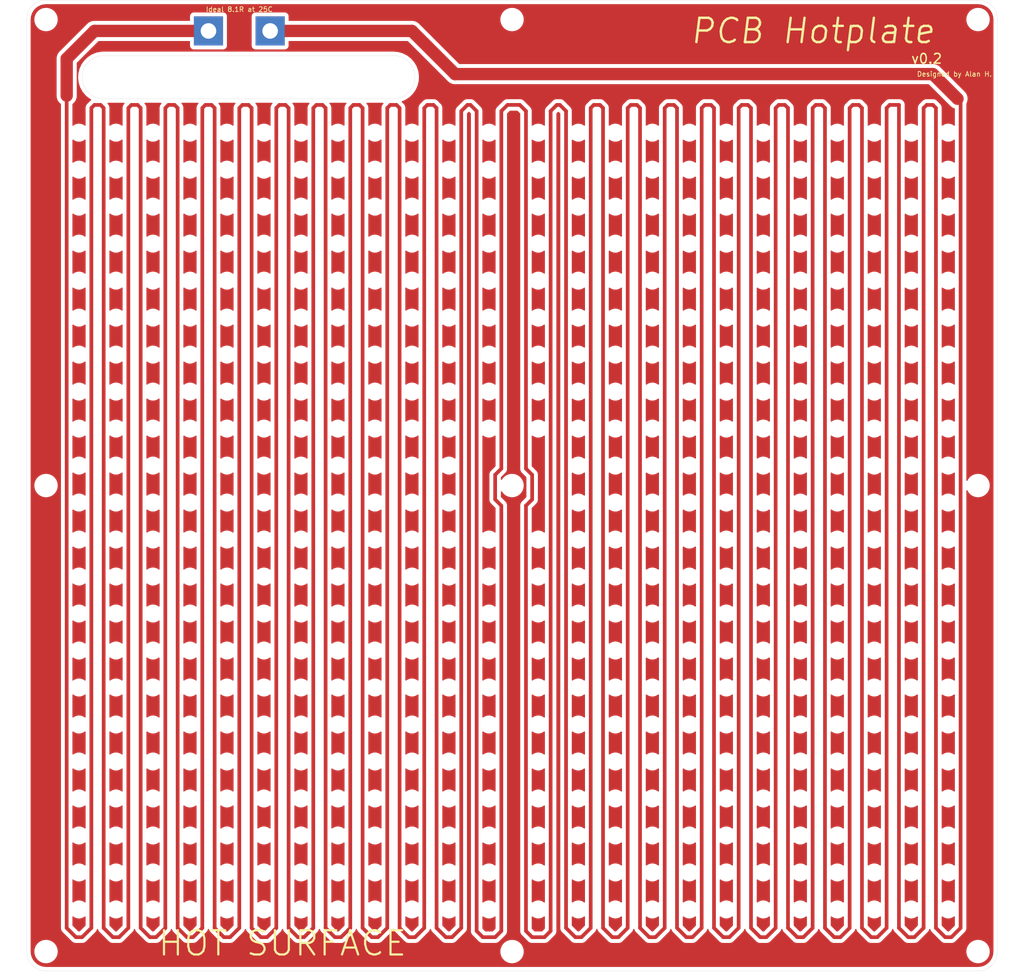
<source format=kicad_pcb>
(kicad_pcb (version 20171130) (host pcbnew "(5.1.9)-1")
  (layers (0 F.Cu signal) (31 B.Cu signal) (34 B.Paste user) (35 F.Paste user) (36 B.SilkS user) (37 F.SilkS user) (38 B.Mask user) (39 F.Mask user) (44 Edge.Cuts user))
  (net 0 "")
  (net 1 "Net-(J1-Pad1)")
  (module MountingHole:MountingHole_2.1mm (layer F.Cu) (at 97.155 37.465)
    (fp_text reference REF** hide)
    (fp_text value MountingHole_2.1mm)
    (pad "" np_thru_hole circle (at 0 0) (size 2.1 2.1) (drill 2.1) (layers *.Cu *.Mask))
  )
  (module MountingHole:MountingHole_2.1mm (layer F.Cu) (at 131.445 37.465)
    (fp_text reference REF** hide)
    (fp_text value MountingHole_2.1mm)
    (pad "" np_thru_hole circle (at 0 0) (size 2.1 2.1) (drill 2.1) (layers *.Cu *.Mask))
  )
  (module MountingHole:MountingHole_2.1mm (layer F.Cu) (at 154.305 37.465)
    (fp_text reference REF** hide)
    (fp_text value MountingHole_2.1mm)
    (pad "" np_thru_hole circle (at 0 0) (size 2.1 2.1) (drill 2.1) (layers *.Cu *.Mask))
  )
  (module MountingHole:MountingHole_2.1mm (layer F.Cu) (at 146.685 37.465)
    (fp_text reference REF** hide)
    (fp_text value MountingHole_2.1mm)
    (pad "" np_thru_hole circle (at 0 0) (size 2.1 2.1) (drill 2.1) (layers *.Cu *.Mask))
  )
  (module MountingHole:MountingHole_2.1mm (layer F.Cu) (at 89.535 37.465)
    (fp_text reference REF** hide)
    (fp_text value MountingHole_2.1mm)
    (pad "" np_thru_hole circle (at 0 0) (size 2.1 2.1) (drill 2.1) (layers *.Cu *.Mask))
  )
  (module MountingHole:MountingHole_2.1mm (layer F.Cu) (at 139.065 37.465)
    (fp_text reference REF** hide)
    (fp_text value MountingHole_2.1mm)
    (pad "" np_thru_hole circle (at 0 0) (size 2.1 2.1) (drill 2.1) (layers *.Cu *.Mask))
  )
  (module MountingHole:MountingHole_2.1mm (layer F.Cu) (at 123.825 37.465)
    (fp_text reference REF** hide)
    (fp_text value MountingHole_2.1mm)
    (pad "" np_thru_hole circle (at 0 0) (size 2.1 2.1) (drill 2.1) (layers *.Cu *.Mask))
  )
  (module MountingHole:MountingHole_2.1mm (layer F.Cu) (at 105.41 37.465)
    (fp_text reference REF** hide)
    (fp_text value MountingHole_2.1mm)
    (pad "" np_thru_hole circle (at 0 0) (size 2.1 2.1) (drill 2.1) (layers *.Cu *.Mask))
  )
  (module MountingHole:MountingHole_2.1mm (layer F.Cu) (at 115.57 37.465)
    (fp_text reference REF** hide)
    (fp_text value MountingHole_2.1mm)
    (pad "" np_thru_hole circle (at 0 0) (size 2.1 2.1) (drill 2.1) (layers *.Cu *.Mask))
  )
  (module MountingHole:MountingHole_2.1mm (layer F.Cu) (at 81.915 37.465)
    (fp_text reference REF** hide)
    (fp_text value MountingHole_2.1mm)
    (pad "" np_thru_hole circle (at 0 0) (size 2.1 2.1) (drill 2.1) (layers *.Cu *.Mask))
  )
  (module MountingHole:MountingHole_2.1mm (layer F.Cu) (at 74.295 37.465)
    (fp_text reference REF** hide)
    (fp_text value MountingHole_2.1mm)
    (pad "" np_thru_hole circle (at 0 0) (size 2.1 2.1) (drill 2.1) (layers *.Cu *.Mask))
  )
  (module MountingHole:MountingHole_2.1mm (layer F.Cu) (at 66.675 37.465)
    (fp_text reference REF** hide)
    (fp_text value MountingHole_2.1mm)
    (pad "" np_thru_hole circle (at 0 0) (size 2.1 2.1) (drill 2.1) (layers *.Cu *.Mask))
  )
  (module MountingHole:MountingHole_2.1mm (layer F.Cu) (at 51.435 37.465)
    (fp_text reference REF** hide)
    (fp_text value MountingHole_2.1mm)
    (pad "" np_thru_hole circle (at 0 0) (size 2.1 2.1) (drill 2.1) (layers *.Cu *.Mask))
  )
  (module MountingHole:MountingHole_2.1mm (layer F.Cu) (at 59.055 37.465)
    (fp_text reference REF** hide)
    (fp_text value MountingHole_2.1mm)
    (pad "" np_thru_hole circle (at 0 0) (size 2.1 2.1) (drill 2.1) (layers *.Cu *.Mask))
  )
  (module MountingHole:MountingHole_2.1mm (layer F.Cu) (at 43.815 37.465)
    (fp_text reference REF** hide)
    (fp_text value MountingHole_2.1mm)
    (pad "" np_thru_hole circle (at 0 0) (size 2.1 2.1) (drill 2.1) (layers *.Cu *.Mask))
  )
  (module MountingHole:MountingHole_2.1mm (layer F.Cu) (at 28.575 37.465)
    (fp_text reference REF** hide)
    (fp_text value MountingHole_2.1mm)
    (pad "" np_thru_hole circle (at 0 0) (size 2.1 2.1) (drill 2.1) (layers *.Cu *.Mask))
  )
  (module MountingHole:MountingHole_2.1mm (layer F.Cu) (at 20.955 37.465)
    (fp_text reference REF** hide)
    (fp_text value MountingHole_2.1mm)
    (pad "" np_thru_hole circle (at 0 0) (size 2.1 2.1) (drill 2.1) (layers *.Cu *.Mask))
  )
  (module MountingHole:MountingHole_2.1mm (layer F.Cu) (at 200.025 45.085)
    (fp_text reference REF** hide)
    (fp_text value MountingHole_2.1mm)
    (pad "" np_thru_hole circle (at 0 0) (size 2.1 2.1) (drill 2.1) (layers *.Cu *.Mask))
  )
  (module MountingHole:MountingHole_2.1mm (layer F.Cu) (at 192.405 45.085)
    (fp_text reference REF** hide)
    (fp_text value MountingHole_2.1mm)
    (pad "" np_thru_hole circle (at 0 0) (size 2.1 2.1) (drill 2.1) (layers *.Cu *.Mask))
  )
  (module MountingHole:MountingHole_2.1mm (layer F.Cu) (at 184.785 45.085)
    (fp_text reference REF** hide)
    (fp_text value MountingHole_2.1mm)
    (pad "" np_thru_hole circle (at 0 0) (size 2.1 2.1) (drill 2.1) (layers *.Cu *.Mask))
  )
  (module MountingHole:MountingHole_2.1mm (layer F.Cu) (at 177.165 45.085)
    (fp_text reference REF** hide)
    (fp_text value MountingHole_2.1mm)
    (pad "" np_thru_hole circle (at 0 0) (size 2.1 2.1) (drill 2.1) (layers *.Cu *.Mask))
  )
  (module MountingHole:MountingHole_2.1mm (layer F.Cu) (at 169.545 45.085)
    (fp_text reference REF** hide)
    (fp_text value MountingHole_2.1mm)
    (pad "" np_thru_hole circle (at 0 0) (size 2.1 2.1) (drill 2.1) (layers *.Cu *.Mask))
  )
  (module MountingHole:MountingHole_2.1mm (layer F.Cu) (at 146.685 45.085)
    (fp_text reference REF** hide)
    (fp_text value MountingHole_2.1mm)
    (pad "" np_thru_hole circle (at 0 0) (size 2.1 2.1) (drill 2.1) (layers *.Cu *.Mask))
  )
  (module MountingHole:MountingHole_2.1mm (layer F.Cu) (at 161.925 45.085)
    (fp_text reference REF** hide)
    (fp_text value MountingHole_2.1mm)
    (pad "" np_thru_hole circle (at 0 0) (size 2.1 2.1) (drill 2.1) (layers *.Cu *.Mask))
  )
  (module MountingHole:MountingHole_2.1mm (layer F.Cu) (at 154.305 45.085)
    (fp_text reference REF** hide)
    (fp_text value MountingHole_2.1mm)
    (pad "" np_thru_hole circle (at 0 0) (size 2.1 2.1) (drill 2.1) (layers *.Cu *.Mask))
  )
  (module MountingHole:MountingHole_2.1mm (layer F.Cu) (at 139.065 45.085)
    (fp_text reference REF** hide)
    (fp_text value MountingHole_2.1mm)
    (pad "" np_thru_hole circle (at 0 0) (size 2.1 2.1) (drill 2.1) (layers *.Cu *.Mask))
  )
  (module MountingHole:MountingHole_2.1mm (layer F.Cu) (at 131.445 45.085)
    (fp_text reference REF** hide)
    (fp_text value MountingHole_2.1mm)
    (pad "" np_thru_hole circle (at 0 0) (size 2.1 2.1) (drill 2.1) (layers *.Cu *.Mask))
  )
  (module MountingHole:MountingHole_2.1mm (layer F.Cu) (at 123.825 45.085)
    (fp_text reference REF** hide)
    (fp_text value MountingHole_2.1mm)
    (pad "" np_thru_hole circle (at 0 0) (size 2.1 2.1) (drill 2.1) (layers *.Cu *.Mask))
  )
  (module MountingHole:MountingHole_2.1mm (layer F.Cu) (at 115.57 45.085)
    (fp_text reference REF** hide)
    (fp_text value MountingHole_2.1mm)
    (pad "" np_thru_hole circle (at 0 0) (size 2.1 2.1) (drill 2.1) (layers *.Cu *.Mask))
  )
  (module MountingHole:MountingHole_2.1mm (layer F.Cu) (at 105.41 45.085)
    (fp_text reference REF** hide)
    (fp_text value MountingHole_2.1mm)
    (pad "" np_thru_hole circle (at 0 0) (size 2.1 2.1) (drill 2.1) (layers *.Cu *.Mask))
  )
  (module MountingHole:MountingHole_2.1mm (layer F.Cu) (at 97.155 45.085)
    (fp_text reference REF** hide)
    (fp_text value MountingHole_2.1mm)
    (pad "" np_thru_hole circle (at 0 0) (size 2.1 2.1) (drill 2.1) (layers *.Cu *.Mask))
  )
  (module MountingHole:MountingHole_2.1mm (layer F.Cu) (at 89.535 45.085)
    (fp_text reference REF** hide)
    (fp_text value MountingHole_2.1mm)
    (pad "" np_thru_hole circle (at 0 0) (size 2.1 2.1) (drill 2.1) (layers *.Cu *.Mask))
  )
  (module MountingHole:MountingHole_2.1mm (layer F.Cu) (at 51.435 45.085)
    (fp_text reference REF** hide)
    (fp_text value MountingHole_2.1mm)
    (pad "" np_thru_hole circle (at 0 0) (size 2.1 2.1) (drill 2.1) (layers *.Cu *.Mask))
  )
  (module MountingHole:MountingHole_2.1mm (layer F.Cu) (at 43.815 45.085)
    (fp_text reference REF** hide)
    (fp_text value MountingHole_2.1mm)
    (pad "" np_thru_hole circle (at 0 0) (size 2.1 2.1) (drill 2.1) (layers *.Cu *.Mask))
  )
  (module MountingHole:MountingHole_2.1mm (layer F.Cu) (at 36.195 45.085)
    (fp_text reference REF** hide)
    (fp_text value MountingHole_2.1mm)
    (pad "" np_thru_hole circle (at 0 0) (size 2.1 2.1) (drill 2.1) (layers *.Cu *.Mask))
  )
  (module MountingHole:MountingHole_2.1mm (layer F.Cu) (at 36.195 37.465)
    (fp_text reference REF** hide)
    (fp_text value MountingHole_2.1mm)
    (pad "" np_thru_hole circle (at 0 0) (size 2.1 2.1) (drill 2.1) (layers *.Cu *.Mask))
  )
  (module MountingHole:MountingHole_2.1mm (layer F.Cu) (at 66.675 45.085)
    (fp_text reference REF** hide)
    (fp_text value MountingHole_2.1mm)
    (pad "" np_thru_hole circle (at 0 0) (size 2.1 2.1) (drill 2.1) (layers *.Cu *.Mask))
  )
  (module MountingHole:MountingHole_2.1mm (layer F.Cu) (at 81.915 45.085)
    (fp_text reference REF** hide)
    (fp_text value MountingHole_2.1mm)
    (pad "" np_thru_hole circle (at 0 0) (size 2.1 2.1) (drill 2.1) (layers *.Cu *.Mask))
  )
  (module MountingHole:MountingHole_2.1mm (layer F.Cu) (at 59.055 45.085)
    (fp_text reference REF** hide)
    (fp_text value MountingHole_2.1mm)
    (pad "" np_thru_hole circle (at 0 0) (size 2.1 2.1) (drill 2.1) (layers *.Cu *.Mask))
  )
  (module MountingHole:MountingHole_2.1mm (layer F.Cu) (at 74.295 45.085)
    (fp_text reference REF** hide)
    (fp_text value MountingHole_2.1mm)
    (pad "" np_thru_hole circle (at 0 0) (size 2.1 2.1) (drill 2.1) (layers *.Cu *.Mask))
  )
  (module MountingHole:MountingHole_2.1mm (layer F.Cu) (at 28.575 45.085)
    (fp_text reference REF** hide)
    (fp_text value MountingHole_2.1mm)
    (pad "" np_thru_hole circle (at 0 0) (size 2.1 2.1) (drill 2.1) (layers *.Cu *.Mask))
  )
  (module MountingHole:MountingHole_2.1mm (layer F.Cu) (at 20.955 45.085)
    (fp_text reference REF** hide)
    (fp_text value MountingHole_2.1mm)
    (pad "" np_thru_hole circle (at 0 0) (size 2.1 2.1) (drill 2.1) (layers *.Cu *.Mask))
  )
  (module MountingHole:MountingHole_2.1mm (layer F.Cu) (at 192.405 37.465)
    (fp_text reference REF** hide)
    (fp_text value MountingHole_2.1mm)
    (pad "" np_thru_hole circle (at 0 0) (size 2.1 2.1) (drill 2.1) (layers *.Cu *.Mask))
  )
  (module MountingHole:MountingHole_2.1mm (layer F.Cu) (at 161.925 37.465)
    (fp_text reference REF** hide)
    (fp_text value MountingHole_2.1mm)
    (pad "" np_thru_hole circle (at 0 0) (size 2.1 2.1) (drill 2.1) (layers *.Cu *.Mask))
  )
  (module MountingHole:MountingHole_2.1mm (layer F.Cu) (at 169.545 37.465)
    (fp_text reference REF** hide)
    (fp_text value MountingHole_2.1mm)
    (pad "" np_thru_hole circle (at 0 0) (size 2.1 2.1) (drill 2.1) (layers *.Cu *.Mask))
  )
  (module MountingHole:MountingHole_2.1mm (layer F.Cu) (at 184.785 37.465)
    (fp_text reference REF** hide)
    (fp_text value MountingHole_2.1mm)
    (pad "" np_thru_hole circle (at 0 0) (size 2.1 2.1) (drill 2.1) (layers *.Cu *.Mask))
  )
  (module MountingHole:MountingHole_2.1mm (layer F.Cu) (at 200.025 37.465)
    (fp_text reference REF** hide)
    (fp_text value MountingHole_2.1mm)
    (pad "" np_thru_hole circle (at 0 0) (size 2.1 2.1) (drill 2.1) (layers *.Cu *.Mask))
  )
  (module MountingHole:MountingHole_2.1mm (layer F.Cu) (at 177.165 37.465)
    (fp_text reference REF** hide)
    (fp_text value MountingHole_2.1mm)
    (pad "" np_thru_hole circle (at 0 0) (size 2.1 2.1) (drill 2.1) (layers *.Cu *.Mask))
  )
  (module MountingHole:MountingHole_2.1mm (layer F.Cu) (at 97.155 52.705)
    (fp_text reference REF** hide)
    (fp_text value MountingHole_2.1mm)
    (pad "" np_thru_hole circle (at 0 0) (size 2.1 2.1) (drill 2.1) (layers *.Cu *.Mask))
  )
  (module MountingHole:MountingHole_2.1mm (layer F.Cu) (at 131.445 52.705)
    (fp_text reference REF** hide)
    (fp_text value MountingHole_2.1mm)
    (pad "" np_thru_hole circle (at 0 0) (size 2.1 2.1) (drill 2.1) (layers *.Cu *.Mask))
  )
  (module MountingHole:MountingHole_2.1mm (layer F.Cu) (at 154.305 52.705)
    (fp_text reference REF** hide)
    (fp_text value MountingHole_2.1mm)
    (pad "" np_thru_hole circle (at 0 0) (size 2.1 2.1) (drill 2.1) (layers *.Cu *.Mask))
  )
  (module MountingHole:MountingHole_2.1mm (layer F.Cu) (at 146.685 52.705)
    (fp_text reference REF** hide)
    (fp_text value MountingHole_2.1mm)
    (pad "" np_thru_hole circle (at 0 0) (size 2.1 2.1) (drill 2.1) (layers *.Cu *.Mask))
  )
  (module MountingHole:MountingHole_2.1mm (layer F.Cu) (at 89.535 52.705)
    (fp_text reference REF** hide)
    (fp_text value MountingHole_2.1mm)
    (pad "" np_thru_hole circle (at 0 0) (size 2.1 2.1) (drill 2.1) (layers *.Cu *.Mask))
  )
  (module MountingHole:MountingHole_2.1mm (layer F.Cu) (at 139.065 52.705)
    (fp_text reference REF** hide)
    (fp_text value MountingHole_2.1mm)
    (pad "" np_thru_hole circle (at 0 0) (size 2.1 2.1) (drill 2.1) (layers *.Cu *.Mask))
  )
  (module MountingHole:MountingHole_2.1mm (layer F.Cu) (at 123.825 52.705)
    (fp_text reference REF** hide)
    (fp_text value MountingHole_2.1mm)
    (pad "" np_thru_hole circle (at 0 0) (size 2.1 2.1) (drill 2.1) (layers *.Cu *.Mask))
  )
  (module MountingHole:MountingHole_2.1mm (layer F.Cu) (at 105.41 52.705)
    (fp_text reference REF** hide)
    (fp_text value MountingHole_2.1mm)
    (pad "" np_thru_hole circle (at 0 0) (size 2.1 2.1) (drill 2.1) (layers *.Cu *.Mask))
  )
  (module MountingHole:MountingHole_2.1mm (layer F.Cu) (at 115.57 52.705)
    (fp_text reference REF** hide)
    (fp_text value MountingHole_2.1mm)
    (pad "" np_thru_hole circle (at 0 0) (size 2.1 2.1) (drill 2.1) (layers *.Cu *.Mask))
  )
  (module MountingHole:MountingHole_2.1mm (layer F.Cu) (at 81.915 52.705)
    (fp_text reference REF** hide)
    (fp_text value MountingHole_2.1mm)
    (pad "" np_thru_hole circle (at 0 0) (size 2.1 2.1) (drill 2.1) (layers *.Cu *.Mask))
  )
  (module MountingHole:MountingHole_2.1mm (layer F.Cu) (at 74.295 52.705)
    (fp_text reference REF** hide)
    (fp_text value MountingHole_2.1mm)
    (pad "" np_thru_hole circle (at 0 0) (size 2.1 2.1) (drill 2.1) (layers *.Cu *.Mask))
  )
  (module MountingHole:MountingHole_2.1mm (layer F.Cu) (at 66.675 52.705)
    (fp_text reference REF** hide)
    (fp_text value MountingHole_2.1mm)
    (pad "" np_thru_hole circle (at 0 0) (size 2.1 2.1) (drill 2.1) (layers *.Cu *.Mask))
  )
  (module MountingHole:MountingHole_2.1mm (layer F.Cu) (at 51.435 52.705)
    (fp_text reference REF** hide)
    (fp_text value MountingHole_2.1mm)
    (pad "" np_thru_hole circle (at 0 0) (size 2.1 2.1) (drill 2.1) (layers *.Cu *.Mask))
  )
  (module MountingHole:MountingHole_2.1mm (layer F.Cu) (at 59.055 52.705)
    (fp_text reference REF** hide)
    (fp_text value MountingHole_2.1mm)
    (pad "" np_thru_hole circle (at 0 0) (size 2.1 2.1) (drill 2.1) (layers *.Cu *.Mask))
  )
  (module MountingHole:MountingHole_2.1mm (layer F.Cu) (at 43.815 52.705)
    (fp_text reference REF** hide)
    (fp_text value MountingHole_2.1mm)
    (pad "" np_thru_hole circle (at 0 0) (size 2.1 2.1) (drill 2.1) (layers *.Cu *.Mask))
  )
  (module MountingHole:MountingHole_2.1mm (layer F.Cu) (at 28.575 52.705)
    (fp_text reference REF** hide)
    (fp_text value MountingHole_2.1mm)
    (pad "" np_thru_hole circle (at 0 0) (size 2.1 2.1) (drill 2.1) (layers *.Cu *.Mask))
  )
  (module MountingHole:MountingHole_2.1mm (layer F.Cu) (at 20.955 52.705)
    (fp_text reference REF** hide)
    (fp_text value MountingHole_2.1mm)
    (pad "" np_thru_hole circle (at 0 0) (size 2.1 2.1) (drill 2.1) (layers *.Cu *.Mask))
  )
  (module MountingHole:MountingHole_2.1mm (layer F.Cu) (at 200.025 60.325)
    (fp_text reference REF** hide)
    (fp_text value MountingHole_2.1mm)
    (pad "" np_thru_hole circle (at 0 0) (size 2.1 2.1) (drill 2.1) (layers *.Cu *.Mask))
  )
  (module MountingHole:MountingHole_2.1mm (layer F.Cu) (at 192.405 60.325)
    (fp_text reference REF** hide)
    (fp_text value MountingHole_2.1mm)
    (pad "" np_thru_hole circle (at 0 0) (size 2.1 2.1) (drill 2.1) (layers *.Cu *.Mask))
  )
  (module MountingHole:MountingHole_2.1mm (layer F.Cu) (at 184.785 60.325)
    (fp_text reference REF** hide)
    (fp_text value MountingHole_2.1mm)
    (pad "" np_thru_hole circle (at 0 0) (size 2.1 2.1) (drill 2.1) (layers *.Cu *.Mask))
  )
  (module MountingHole:MountingHole_2.1mm (layer F.Cu) (at 177.165 60.325)
    (fp_text reference REF** hide)
    (fp_text value MountingHole_2.1mm)
    (pad "" np_thru_hole circle (at 0 0) (size 2.1 2.1) (drill 2.1) (layers *.Cu *.Mask))
  )
  (module MountingHole:MountingHole_2.1mm (layer F.Cu) (at 169.545 60.325)
    (fp_text reference REF** hide)
    (fp_text value MountingHole_2.1mm)
    (pad "" np_thru_hole circle (at 0 0) (size 2.1 2.1) (drill 2.1) (layers *.Cu *.Mask))
  )
  (module MountingHole:MountingHole_2.1mm (layer F.Cu) (at 146.685 60.325)
    (fp_text reference REF** hide)
    (fp_text value MountingHole_2.1mm)
    (pad "" np_thru_hole circle (at 0 0) (size 2.1 2.1) (drill 2.1) (layers *.Cu *.Mask))
  )
  (module MountingHole:MountingHole_2.1mm (layer F.Cu) (at 161.925 60.325)
    (fp_text reference REF** hide)
    (fp_text value MountingHole_2.1mm)
    (pad "" np_thru_hole circle (at 0 0) (size 2.1 2.1) (drill 2.1) (layers *.Cu *.Mask))
  )
  (module MountingHole:MountingHole_2.1mm (layer F.Cu) (at 154.305 60.325)
    (fp_text reference REF** hide)
    (fp_text value MountingHole_2.1mm)
    (pad "" np_thru_hole circle (at 0 0) (size 2.1 2.1) (drill 2.1) (layers *.Cu *.Mask))
  )
  (module MountingHole:MountingHole_2.1mm (layer F.Cu) (at 139.065 60.325)
    (fp_text reference REF** hide)
    (fp_text value MountingHole_2.1mm)
    (pad "" np_thru_hole circle (at 0 0) (size 2.1 2.1) (drill 2.1) (layers *.Cu *.Mask))
  )
  (module MountingHole:MountingHole_2.1mm (layer F.Cu) (at 131.445 60.325)
    (fp_text reference REF** hide)
    (fp_text value MountingHole_2.1mm)
    (pad "" np_thru_hole circle (at 0 0) (size 2.1 2.1) (drill 2.1) (layers *.Cu *.Mask))
  )
  (module MountingHole:MountingHole_2.1mm (layer F.Cu) (at 123.825 60.325)
    (fp_text reference REF** hide)
    (fp_text value MountingHole_2.1mm)
    (pad "" np_thru_hole circle (at 0 0) (size 2.1 2.1) (drill 2.1) (layers *.Cu *.Mask))
  )
  (module MountingHole:MountingHole_2.1mm (layer F.Cu) (at 115.57 60.325)
    (fp_text reference REF** hide)
    (fp_text value MountingHole_2.1mm)
    (pad "" np_thru_hole circle (at 0 0) (size 2.1 2.1) (drill 2.1) (layers *.Cu *.Mask))
  )
  (module MountingHole:MountingHole_2.1mm (layer F.Cu) (at 105.41 60.325)
    (fp_text reference REF** hide)
    (fp_text value MountingHole_2.1mm)
    (pad "" np_thru_hole circle (at 0 0) (size 2.1 2.1) (drill 2.1) (layers *.Cu *.Mask))
  )
  (module MountingHole:MountingHole_2.1mm (layer F.Cu) (at 97.155 60.325)
    (fp_text reference REF** hide)
    (fp_text value MountingHole_2.1mm)
    (pad "" np_thru_hole circle (at 0 0) (size 2.1 2.1) (drill 2.1) (layers *.Cu *.Mask))
  )
  (module MountingHole:MountingHole_2.1mm (layer F.Cu) (at 89.535 60.325)
    (fp_text reference REF** hide)
    (fp_text value MountingHole_2.1mm)
    (pad "" np_thru_hole circle (at 0 0) (size 2.1 2.1) (drill 2.1) (layers *.Cu *.Mask))
  )
  (module MountingHole:MountingHole_2.1mm (layer F.Cu) (at 51.435 60.325)
    (fp_text reference REF** hide)
    (fp_text value MountingHole_2.1mm)
    (pad "" np_thru_hole circle (at 0 0) (size 2.1 2.1) (drill 2.1) (layers *.Cu *.Mask))
  )
  (module MountingHole:MountingHole_2.1mm (layer F.Cu) (at 43.815 60.325)
    (fp_text reference REF** hide)
    (fp_text value MountingHole_2.1mm)
    (pad "" np_thru_hole circle (at 0 0) (size 2.1 2.1) (drill 2.1) (layers *.Cu *.Mask))
  )
  (module MountingHole:MountingHole_2.1mm (layer F.Cu) (at 36.195 60.325)
    (fp_text reference REF** hide)
    (fp_text value MountingHole_2.1mm)
    (pad "" np_thru_hole circle (at 0 0) (size 2.1 2.1) (drill 2.1) (layers *.Cu *.Mask))
  )
  (module MountingHole:MountingHole_2.1mm (layer F.Cu) (at 36.195 52.705)
    (fp_text reference REF** hide)
    (fp_text value MountingHole_2.1mm)
    (pad "" np_thru_hole circle (at 0 0) (size 2.1 2.1) (drill 2.1) (layers *.Cu *.Mask))
  )
  (module MountingHole:MountingHole_2.1mm (layer F.Cu) (at 66.675 60.325)
    (fp_text reference REF** hide)
    (fp_text value MountingHole_2.1mm)
    (pad "" np_thru_hole circle (at 0 0) (size 2.1 2.1) (drill 2.1) (layers *.Cu *.Mask))
  )
  (module MountingHole:MountingHole_2.1mm (layer F.Cu) (at 81.915 60.325)
    (fp_text reference REF** hide)
    (fp_text value MountingHole_2.1mm)
    (pad "" np_thru_hole circle (at 0 0) (size 2.1 2.1) (drill 2.1) (layers *.Cu *.Mask))
  )
  (module MountingHole:MountingHole_2.1mm (layer F.Cu) (at 59.055 60.325)
    (fp_text reference REF** hide)
    (fp_text value MountingHole_2.1mm)
    (pad "" np_thru_hole circle (at 0 0) (size 2.1 2.1) (drill 2.1) (layers *.Cu *.Mask))
  )
  (module MountingHole:MountingHole_2.1mm (layer F.Cu) (at 74.295 60.325)
    (fp_text reference REF** hide)
    (fp_text value MountingHole_2.1mm)
    (pad "" np_thru_hole circle (at 0 0) (size 2.1 2.1) (drill 2.1) (layers *.Cu *.Mask))
  )
  (module MountingHole:MountingHole_2.1mm (layer F.Cu) (at 28.575 60.325)
    (fp_text reference REF** hide)
    (fp_text value MountingHole_2.1mm)
    (pad "" np_thru_hole circle (at 0 0) (size 2.1 2.1) (drill 2.1) (layers *.Cu *.Mask))
  )
  (module MountingHole:MountingHole_2.1mm (layer F.Cu) (at 20.955 60.325)
    (fp_text reference REF** hide)
    (fp_text value MountingHole_2.1mm)
    (pad "" np_thru_hole circle (at 0 0) (size 2.1 2.1) (drill 2.1) (layers *.Cu *.Mask))
  )
  (module MountingHole:MountingHole_2.1mm (layer F.Cu) (at 192.405 52.705)
    (fp_text reference REF** hide)
    (fp_text value MountingHole_2.1mm)
    (pad "" np_thru_hole circle (at 0 0) (size 2.1 2.1) (drill 2.1) (layers *.Cu *.Mask))
  )
  (module MountingHole:MountingHole_2.1mm (layer F.Cu) (at 161.925 52.705)
    (fp_text reference REF** hide)
    (fp_text value MountingHole_2.1mm)
    (pad "" np_thru_hole circle (at 0 0) (size 2.1 2.1) (drill 2.1) (layers *.Cu *.Mask))
  )
  (module MountingHole:MountingHole_2.1mm (layer F.Cu) (at 169.545 52.705)
    (fp_text reference REF** hide)
    (fp_text value MountingHole_2.1mm)
    (pad "" np_thru_hole circle (at 0 0) (size 2.1 2.1) (drill 2.1) (layers *.Cu *.Mask))
  )
  (module MountingHole:MountingHole_2.1mm (layer F.Cu) (at 184.785 52.705)
    (fp_text reference REF** hide)
    (fp_text value MountingHole_2.1mm)
    (pad "" np_thru_hole circle (at 0 0) (size 2.1 2.1) (drill 2.1) (layers *.Cu *.Mask))
  )
  (module MountingHole:MountingHole_2.1mm (layer F.Cu) (at 200.025 52.705)
    (fp_text reference REF** hide)
    (fp_text value MountingHole_2.1mm)
    (pad "" np_thru_hole circle (at 0 0) (size 2.1 2.1) (drill 2.1) (layers *.Cu *.Mask))
  )
  (module MountingHole:MountingHole_2.1mm (layer F.Cu) (at 177.165 52.705)
    (fp_text reference REF** hide)
    (fp_text value MountingHole_2.1mm)
    (pad "" np_thru_hole circle (at 0 0) (size 2.1 2.1) (drill 2.1) (layers *.Cu *.Mask))
  )
  (module MountingHole:MountingHole_2.1mm (layer F.Cu) (at 97.155 67.945)
    (fp_text reference REF** hide)
    (fp_text value MountingHole_2.1mm)
    (pad "" np_thru_hole circle (at 0 0) (size 2.1 2.1) (drill 2.1) (layers *.Cu *.Mask))
  )
  (module MountingHole:MountingHole_2.1mm (layer F.Cu) (at 131.445 67.945)
    (fp_text reference REF** hide)
    (fp_text value MountingHole_2.1mm)
    (pad "" np_thru_hole circle (at 0 0) (size 2.1 2.1) (drill 2.1) (layers *.Cu *.Mask))
  )
  (module MountingHole:MountingHole_2.1mm (layer F.Cu) (at 154.305 67.945)
    (fp_text reference REF** hide)
    (fp_text value MountingHole_2.1mm)
    (pad "" np_thru_hole circle (at 0 0) (size 2.1 2.1) (drill 2.1) (layers *.Cu *.Mask))
  )
  (module MountingHole:MountingHole_2.1mm (layer F.Cu) (at 146.685 67.945)
    (fp_text reference REF** hide)
    (fp_text value MountingHole_2.1mm)
    (pad "" np_thru_hole circle (at 0 0) (size 2.1 2.1) (drill 2.1) (layers *.Cu *.Mask))
  )
  (module MountingHole:MountingHole_2.1mm (layer F.Cu) (at 89.535 67.945)
    (fp_text reference REF** hide)
    (fp_text value MountingHole_2.1mm)
    (pad "" np_thru_hole circle (at 0 0) (size 2.1 2.1) (drill 2.1) (layers *.Cu *.Mask))
  )
  (module MountingHole:MountingHole_2.1mm (layer F.Cu) (at 139.065 67.945)
    (fp_text reference REF** hide)
    (fp_text value MountingHole_2.1mm)
    (pad "" np_thru_hole circle (at 0 0) (size 2.1 2.1) (drill 2.1) (layers *.Cu *.Mask))
  )
  (module MountingHole:MountingHole_2.1mm (layer F.Cu) (at 123.825 67.945)
    (fp_text reference REF** hide)
    (fp_text value MountingHole_2.1mm)
    (pad "" np_thru_hole circle (at 0 0) (size 2.1 2.1) (drill 2.1) (layers *.Cu *.Mask))
  )
  (module MountingHole:MountingHole_2.1mm (layer F.Cu) (at 105.41 67.945)
    (fp_text reference REF** hide)
    (fp_text value MountingHole_2.1mm)
    (pad "" np_thru_hole circle (at 0 0) (size 2.1 2.1) (drill 2.1) (layers *.Cu *.Mask))
  )
  (module MountingHole:MountingHole_2.1mm (layer F.Cu) (at 115.57 67.945)
    (fp_text reference REF** hide)
    (fp_text value MountingHole_2.1mm)
    (pad "" np_thru_hole circle (at 0 0) (size 2.1 2.1) (drill 2.1) (layers *.Cu *.Mask))
  )
  (module MountingHole:MountingHole_2.1mm (layer F.Cu) (at 81.915 67.945)
    (fp_text reference REF** hide)
    (fp_text value MountingHole_2.1mm)
    (pad "" np_thru_hole circle (at 0 0) (size 2.1 2.1) (drill 2.1) (layers *.Cu *.Mask))
  )
  (module MountingHole:MountingHole_2.1mm (layer F.Cu) (at 74.295 67.945)
    (fp_text reference REF** hide)
    (fp_text value MountingHole_2.1mm)
    (pad "" np_thru_hole circle (at 0 0) (size 2.1 2.1) (drill 2.1) (layers *.Cu *.Mask))
  )
  (module MountingHole:MountingHole_2.1mm (layer F.Cu) (at 66.675 67.945)
    (fp_text reference REF** hide)
    (fp_text value MountingHole_2.1mm)
    (pad "" np_thru_hole circle (at 0 0) (size 2.1 2.1) (drill 2.1) (layers *.Cu *.Mask))
  )
  (module MountingHole:MountingHole_2.1mm (layer F.Cu) (at 51.435 67.945)
    (fp_text reference REF** hide)
    (fp_text value MountingHole_2.1mm)
    (pad "" np_thru_hole circle (at 0 0) (size 2.1 2.1) (drill 2.1) (layers *.Cu *.Mask))
  )
  (module MountingHole:MountingHole_2.1mm (layer F.Cu) (at 59.055 67.945)
    (fp_text reference REF** hide)
    (fp_text value MountingHole_2.1mm)
    (pad "" np_thru_hole circle (at 0 0) (size 2.1 2.1) (drill 2.1) (layers *.Cu *.Mask))
  )
  (module MountingHole:MountingHole_2.1mm (layer F.Cu) (at 43.815 67.945)
    (fp_text reference REF** hide)
    (fp_text value MountingHole_2.1mm)
    (pad "" np_thru_hole circle (at 0 0) (size 2.1 2.1) (drill 2.1) (layers *.Cu *.Mask))
  )
  (module MountingHole:MountingHole_2.1mm (layer F.Cu) (at 28.575 67.945)
    (fp_text reference REF** hide)
    (fp_text value MountingHole_2.1mm)
    (pad "" np_thru_hole circle (at 0 0) (size 2.1 2.1) (drill 2.1) (layers *.Cu *.Mask))
  )
  (module MountingHole:MountingHole_2.1mm (layer F.Cu) (at 20.955 67.945)
    (fp_text reference REF** hide)
    (fp_text value MountingHole_2.1mm)
    (pad "" np_thru_hole circle (at 0 0) (size 2.1 2.1) (drill 2.1) (layers *.Cu *.Mask))
  )
  (module MountingHole:MountingHole_2.1mm (layer F.Cu) (at 200.025 75.565)
    (fp_text reference REF** hide)
    (fp_text value MountingHole_2.1mm)
    (pad "" np_thru_hole circle (at 0 0) (size 2.1 2.1) (drill 2.1) (layers *.Cu *.Mask))
  )
  (module MountingHole:MountingHole_2.1mm (layer F.Cu) (at 192.405 75.565)
    (fp_text reference REF** hide)
    (fp_text value MountingHole_2.1mm)
    (pad "" np_thru_hole circle (at 0 0) (size 2.1 2.1) (drill 2.1) (layers *.Cu *.Mask))
  )
  (module MountingHole:MountingHole_2.1mm (layer F.Cu) (at 184.785 75.565)
    (fp_text reference REF** hide)
    (fp_text value MountingHole_2.1mm)
    (pad "" np_thru_hole circle (at 0 0) (size 2.1 2.1) (drill 2.1) (layers *.Cu *.Mask))
  )
  (module MountingHole:MountingHole_2.1mm (layer F.Cu) (at 177.165 75.565)
    (fp_text reference REF** hide)
    (fp_text value MountingHole_2.1mm)
    (pad "" np_thru_hole circle (at 0 0) (size 2.1 2.1) (drill 2.1) (layers *.Cu *.Mask))
  )
  (module MountingHole:MountingHole_2.1mm (layer F.Cu) (at 169.545 75.565)
    (fp_text reference REF** hide)
    (fp_text value MountingHole_2.1mm)
    (pad "" np_thru_hole circle (at 0 0) (size 2.1 2.1) (drill 2.1) (layers *.Cu *.Mask))
  )
  (module MountingHole:MountingHole_2.1mm (layer F.Cu) (at 146.685 75.565)
    (fp_text reference REF** hide)
    (fp_text value MountingHole_2.1mm)
    (pad "" np_thru_hole circle (at 0 0) (size 2.1 2.1) (drill 2.1) (layers *.Cu *.Mask))
  )
  (module MountingHole:MountingHole_2.1mm (layer F.Cu) (at 161.925 75.565)
    (fp_text reference REF** hide)
    (fp_text value MountingHole_2.1mm)
    (pad "" np_thru_hole circle (at 0 0) (size 2.1 2.1) (drill 2.1) (layers *.Cu *.Mask))
  )
  (module MountingHole:MountingHole_2.1mm (layer F.Cu) (at 154.305 75.565)
    (fp_text reference REF** hide)
    (fp_text value MountingHole_2.1mm)
    (pad "" np_thru_hole circle (at 0 0) (size 2.1 2.1) (drill 2.1) (layers *.Cu *.Mask))
  )
  (module MountingHole:MountingHole_2.1mm (layer F.Cu) (at 139.065 75.565)
    (fp_text reference REF** hide)
    (fp_text value MountingHole_2.1mm)
    (pad "" np_thru_hole circle (at 0 0) (size 2.1 2.1) (drill 2.1) (layers *.Cu *.Mask))
  )
  (module MountingHole:MountingHole_2.1mm (layer F.Cu) (at 131.445 75.565)
    (fp_text reference REF** hide)
    (fp_text value MountingHole_2.1mm)
    (pad "" np_thru_hole circle (at 0 0) (size 2.1 2.1) (drill 2.1) (layers *.Cu *.Mask))
  )
  (module MountingHole:MountingHole_2.1mm (layer F.Cu) (at 123.825 75.565)
    (fp_text reference REF** hide)
    (fp_text value MountingHole_2.1mm)
    (pad "" np_thru_hole circle (at 0 0) (size 2.1 2.1) (drill 2.1) (layers *.Cu *.Mask))
  )
  (module MountingHole:MountingHole_2.1mm (layer F.Cu) (at 115.57 75.565)
    (fp_text reference REF** hide)
    (fp_text value MountingHole_2.1mm)
    (pad "" np_thru_hole circle (at 0 0) (size 2.1 2.1) (drill 2.1) (layers *.Cu *.Mask))
  )
  (module MountingHole:MountingHole_2.1mm (layer F.Cu) (at 105.41 75.565)
    (fp_text reference REF** hide)
    (fp_text value MountingHole_2.1mm)
    (pad "" np_thru_hole circle (at 0 0) (size 2.1 2.1) (drill 2.1) (layers *.Cu *.Mask))
  )
  (module MountingHole:MountingHole_2.1mm (layer F.Cu) (at 97.155 75.565)
    (fp_text reference REF** hide)
    (fp_text value MountingHole_2.1mm)
    (pad "" np_thru_hole circle (at 0 0) (size 2.1 2.1) (drill 2.1) (layers *.Cu *.Mask))
  )
  (module MountingHole:MountingHole_2.1mm (layer F.Cu) (at 89.535 75.565)
    (fp_text reference REF** hide)
    (fp_text value MountingHole_2.1mm)
    (pad "" np_thru_hole circle (at 0 0) (size 2.1 2.1) (drill 2.1) (layers *.Cu *.Mask))
  )
  (module MountingHole:MountingHole_2.1mm (layer F.Cu) (at 51.435 75.565)
    (fp_text reference REF** hide)
    (fp_text value MountingHole_2.1mm)
    (pad "" np_thru_hole circle (at 0 0) (size 2.1 2.1) (drill 2.1) (layers *.Cu *.Mask))
  )
  (module MountingHole:MountingHole_2.1mm (layer F.Cu) (at 43.815 75.565)
    (fp_text reference REF** hide)
    (fp_text value MountingHole_2.1mm)
    (pad "" np_thru_hole circle (at 0 0) (size 2.1 2.1) (drill 2.1) (layers *.Cu *.Mask))
  )
  (module MountingHole:MountingHole_2.1mm (layer F.Cu) (at 36.195 75.565)
    (fp_text reference REF** hide)
    (fp_text value MountingHole_2.1mm)
    (pad "" np_thru_hole circle (at 0 0) (size 2.1 2.1) (drill 2.1) (layers *.Cu *.Mask))
  )
  (module MountingHole:MountingHole_2.1mm (layer F.Cu) (at 36.195 67.945)
    (fp_text reference REF** hide)
    (fp_text value MountingHole_2.1mm)
    (pad "" np_thru_hole circle (at 0 0) (size 2.1 2.1) (drill 2.1) (layers *.Cu *.Mask))
  )
  (module MountingHole:MountingHole_2.1mm (layer F.Cu) (at 66.675 75.565)
    (fp_text reference REF** hide)
    (fp_text value MountingHole_2.1mm)
    (pad "" np_thru_hole circle (at 0 0) (size 2.1 2.1) (drill 2.1) (layers *.Cu *.Mask))
  )
  (module MountingHole:MountingHole_2.1mm (layer F.Cu) (at 81.915 75.565)
    (fp_text reference REF** hide)
    (fp_text value MountingHole_2.1mm)
    (pad "" np_thru_hole circle (at 0 0) (size 2.1 2.1) (drill 2.1) (layers *.Cu *.Mask))
  )
  (module MountingHole:MountingHole_2.1mm (layer F.Cu) (at 59.055 75.565)
    (fp_text reference REF** hide)
    (fp_text value MountingHole_2.1mm)
    (pad "" np_thru_hole circle (at 0 0) (size 2.1 2.1) (drill 2.1) (layers *.Cu *.Mask))
  )
  (module MountingHole:MountingHole_2.1mm (layer F.Cu) (at 74.295 75.565)
    (fp_text reference REF** hide)
    (fp_text value MountingHole_2.1mm)
    (pad "" np_thru_hole circle (at 0 0) (size 2.1 2.1) (drill 2.1) (layers *.Cu *.Mask))
  )
  (module MountingHole:MountingHole_2.1mm (layer F.Cu) (at 28.575 75.565)
    (fp_text reference REF** hide)
    (fp_text value MountingHole_2.1mm)
    (pad "" np_thru_hole circle (at 0 0) (size 2.1 2.1) (drill 2.1) (layers *.Cu *.Mask))
  )
  (module MountingHole:MountingHole_2.1mm (layer F.Cu) (at 20.955 75.565)
    (fp_text reference REF** hide)
    (fp_text value MountingHole_2.1mm)
    (pad "" np_thru_hole circle (at 0 0) (size 2.1 2.1) (drill 2.1) (layers *.Cu *.Mask))
  )
  (module MountingHole:MountingHole_2.1mm (layer F.Cu) (at 192.405 67.945)
    (fp_text reference REF** hide)
    (fp_text value MountingHole_2.1mm)
    (pad "" np_thru_hole circle (at 0 0) (size 2.1 2.1) (drill 2.1) (layers *.Cu *.Mask))
  )
  (module MountingHole:MountingHole_2.1mm (layer F.Cu) (at 161.925 67.945)
    (fp_text reference REF** hide)
    (fp_text value MountingHole_2.1mm)
    (pad "" np_thru_hole circle (at 0 0) (size 2.1 2.1) (drill 2.1) (layers *.Cu *.Mask))
  )
  (module MountingHole:MountingHole_2.1mm (layer F.Cu) (at 169.545 67.945)
    (fp_text reference REF** hide)
    (fp_text value MountingHole_2.1mm)
    (pad "" np_thru_hole circle (at 0 0) (size 2.1 2.1) (drill 2.1) (layers *.Cu *.Mask))
  )
  (module MountingHole:MountingHole_2.1mm (layer F.Cu) (at 184.785 67.945)
    (fp_text reference REF** hide)
    (fp_text value MountingHole_2.1mm)
    (pad "" np_thru_hole circle (at 0 0) (size 2.1 2.1) (drill 2.1) (layers *.Cu *.Mask))
  )
  (module MountingHole:MountingHole_2.1mm (layer F.Cu) (at 200.025 67.945)
    (fp_text reference REF** hide)
    (fp_text value MountingHole_2.1mm)
    (pad "" np_thru_hole circle (at 0 0) (size 2.1 2.1) (drill 2.1) (layers *.Cu *.Mask))
  )
  (module MountingHole:MountingHole_2.1mm (layer F.Cu) (at 177.165 67.945)
    (fp_text reference REF** hide)
    (fp_text value MountingHole_2.1mm)
    (pad "" np_thru_hole circle (at 0 0) (size 2.1 2.1) (drill 2.1) (layers *.Cu *.Mask))
  )
  (module MountingHole:MountingHole_2.1mm (layer F.Cu) (at 97.155 83.185)
    (fp_text reference REF** hide)
    (fp_text value MountingHole_2.1mm)
    (pad "" np_thru_hole circle (at 0 0) (size 2.1 2.1) (drill 2.1) (layers *.Cu *.Mask))
  )
  (module MountingHole:MountingHole_2.1mm (layer F.Cu) (at 131.445 83.185)
    (fp_text reference REF** hide)
    (fp_text value MountingHole_2.1mm)
    (pad "" np_thru_hole circle (at 0 0) (size 2.1 2.1) (drill 2.1) (layers *.Cu *.Mask))
  )
  (module MountingHole:MountingHole_2.1mm (layer F.Cu) (at 154.305 83.185)
    (fp_text reference REF** hide)
    (fp_text value MountingHole_2.1mm)
    (pad "" np_thru_hole circle (at 0 0) (size 2.1 2.1) (drill 2.1) (layers *.Cu *.Mask))
  )
  (module MountingHole:MountingHole_2.1mm (layer F.Cu) (at 146.685 83.185)
    (fp_text reference REF** hide)
    (fp_text value MountingHole_2.1mm)
    (pad "" np_thru_hole circle (at 0 0) (size 2.1 2.1) (drill 2.1) (layers *.Cu *.Mask))
  )
  (module MountingHole:MountingHole_2.1mm (layer F.Cu) (at 89.535 83.185)
    (fp_text reference REF** hide)
    (fp_text value MountingHole_2.1mm)
    (pad "" np_thru_hole circle (at 0 0) (size 2.1 2.1) (drill 2.1) (layers *.Cu *.Mask))
  )
  (module MountingHole:MountingHole_2.1mm (layer F.Cu) (at 139.065 83.185)
    (fp_text reference REF** hide)
    (fp_text value MountingHole_2.1mm)
    (pad "" np_thru_hole circle (at 0 0) (size 2.1 2.1) (drill 2.1) (layers *.Cu *.Mask))
  )
  (module MountingHole:MountingHole_2.1mm (layer F.Cu) (at 123.825 83.185)
    (fp_text reference REF** hide)
    (fp_text value MountingHole_2.1mm)
    (pad "" np_thru_hole circle (at 0 0) (size 2.1 2.1) (drill 2.1) (layers *.Cu *.Mask))
  )
  (module MountingHole:MountingHole_2.1mm (layer F.Cu) (at 105.41 83.185)
    (fp_text reference REF** hide)
    (fp_text value MountingHole_2.1mm)
    (pad "" np_thru_hole circle (at 0 0) (size 2.1 2.1) (drill 2.1) (layers *.Cu *.Mask))
  )
  (module MountingHole:MountingHole_2.1mm (layer F.Cu) (at 115.57 83.185)
    (fp_text reference REF** hide)
    (fp_text value MountingHole_2.1mm)
    (pad "" np_thru_hole circle (at 0 0) (size 2.1 2.1) (drill 2.1) (layers *.Cu *.Mask))
  )
  (module MountingHole:MountingHole_2.1mm (layer F.Cu) (at 81.915 83.185)
    (fp_text reference REF** hide)
    (fp_text value MountingHole_2.1mm)
    (pad "" np_thru_hole circle (at 0 0) (size 2.1 2.1) (drill 2.1) (layers *.Cu *.Mask))
  )
  (module MountingHole:MountingHole_2.1mm (layer F.Cu) (at 74.295 83.185)
    (fp_text reference REF** hide)
    (fp_text value MountingHole_2.1mm)
    (pad "" np_thru_hole circle (at 0 0) (size 2.1 2.1) (drill 2.1) (layers *.Cu *.Mask))
  )
  (module MountingHole:MountingHole_2.1mm (layer F.Cu) (at 66.675 83.185)
    (fp_text reference REF** hide)
    (fp_text value MountingHole_2.1mm)
    (pad "" np_thru_hole circle (at 0 0) (size 2.1 2.1) (drill 2.1) (layers *.Cu *.Mask))
  )
  (module MountingHole:MountingHole_2.1mm (layer F.Cu) (at 51.435 83.185)
    (fp_text reference REF** hide)
    (fp_text value MountingHole_2.1mm)
    (pad "" np_thru_hole circle (at 0 0) (size 2.1 2.1) (drill 2.1) (layers *.Cu *.Mask))
  )
  (module MountingHole:MountingHole_2.1mm (layer F.Cu) (at 59.055 83.185)
    (fp_text reference REF** hide)
    (fp_text value MountingHole_2.1mm)
    (pad "" np_thru_hole circle (at 0 0) (size 2.1 2.1) (drill 2.1) (layers *.Cu *.Mask))
  )
  (module MountingHole:MountingHole_2.1mm (layer F.Cu) (at 43.815 83.185)
    (fp_text reference REF** hide)
    (fp_text value MountingHole_2.1mm)
    (pad "" np_thru_hole circle (at 0 0) (size 2.1 2.1) (drill 2.1) (layers *.Cu *.Mask))
  )
  (module MountingHole:MountingHole_2.1mm (layer F.Cu) (at 28.575 83.185)
    (fp_text reference REF** hide)
    (fp_text value MountingHole_2.1mm)
    (pad "" np_thru_hole circle (at 0 0) (size 2.1 2.1) (drill 2.1) (layers *.Cu *.Mask))
  )
  (module MountingHole:MountingHole_2.1mm (layer F.Cu) (at 20.955 83.185)
    (fp_text reference REF** hide)
    (fp_text value MountingHole_2.1mm)
    (pad "" np_thru_hole circle (at 0 0) (size 2.1 2.1) (drill 2.1) (layers *.Cu *.Mask))
  )
  (module MountingHole:MountingHole_2.1mm (layer F.Cu) (at 200.025 90.805)
    (fp_text reference REF** hide)
    (fp_text value MountingHole_2.1mm)
    (pad "" np_thru_hole circle (at 0 0) (size 2.1 2.1) (drill 2.1) (layers *.Cu *.Mask))
  )
  (module MountingHole:MountingHole_2.1mm (layer F.Cu) (at 192.405 90.805)
    (fp_text reference REF** hide)
    (fp_text value MountingHole_2.1mm)
    (pad "" np_thru_hole circle (at 0 0) (size 2.1 2.1) (drill 2.1) (layers *.Cu *.Mask))
  )
  (module MountingHole:MountingHole_2.1mm (layer F.Cu) (at 184.785 90.805)
    (fp_text reference REF** hide)
    (fp_text value MountingHole_2.1mm)
    (pad "" np_thru_hole circle (at 0 0) (size 2.1 2.1) (drill 2.1) (layers *.Cu *.Mask))
  )
  (module MountingHole:MountingHole_2.1mm (layer F.Cu) (at 177.165 90.805)
    (fp_text reference REF** hide)
    (fp_text value MountingHole_2.1mm)
    (pad "" np_thru_hole circle (at 0 0) (size 2.1 2.1) (drill 2.1) (layers *.Cu *.Mask))
  )
  (module MountingHole:MountingHole_2.1mm (layer F.Cu) (at 169.545 90.805)
    (fp_text reference REF** hide)
    (fp_text value MountingHole_2.1mm)
    (pad "" np_thru_hole circle (at 0 0) (size 2.1 2.1) (drill 2.1) (layers *.Cu *.Mask))
  )
  (module MountingHole:MountingHole_2.1mm (layer F.Cu) (at 146.685 90.805)
    (fp_text reference REF** hide)
    (fp_text value MountingHole_2.1mm)
    (pad "" np_thru_hole circle (at 0 0) (size 2.1 2.1) (drill 2.1) (layers *.Cu *.Mask))
  )
  (module MountingHole:MountingHole_2.1mm (layer F.Cu) (at 161.925 90.805)
    (fp_text reference REF** hide)
    (fp_text value MountingHole_2.1mm)
    (pad "" np_thru_hole circle (at 0 0) (size 2.1 2.1) (drill 2.1) (layers *.Cu *.Mask))
  )
  (module MountingHole:MountingHole_2.1mm (layer F.Cu) (at 154.305 90.805)
    (fp_text reference REF** hide)
    (fp_text value MountingHole_2.1mm)
    (pad "" np_thru_hole circle (at 0 0) (size 2.1 2.1) (drill 2.1) (layers *.Cu *.Mask))
  )
  (module MountingHole:MountingHole_2.1mm (layer F.Cu) (at 139.065 90.805)
    (fp_text reference REF** hide)
    (fp_text value MountingHole_2.1mm)
    (pad "" np_thru_hole circle (at 0 0) (size 2.1 2.1) (drill 2.1) (layers *.Cu *.Mask))
  )
  (module MountingHole:MountingHole_2.1mm (layer F.Cu) (at 131.445 90.805)
    (fp_text reference REF** hide)
    (fp_text value MountingHole_2.1mm)
    (pad "" np_thru_hole circle (at 0 0) (size 2.1 2.1) (drill 2.1) (layers *.Cu *.Mask))
  )
  (module MountingHole:MountingHole_2.1mm (layer F.Cu) (at 123.825 90.805)
    (fp_text reference REF** hide)
    (fp_text value MountingHole_2.1mm)
    (pad "" np_thru_hole circle (at 0 0) (size 2.1 2.1) (drill 2.1) (layers *.Cu *.Mask))
  )
  (module MountingHole:MountingHole_2.1mm (layer F.Cu) (at 115.57 90.805)
    (fp_text reference REF** hide)
    (fp_text value MountingHole_2.1mm)
    (pad "" np_thru_hole circle (at 0 0) (size 2.1 2.1) (drill 2.1) (layers *.Cu *.Mask))
  )
  (module MountingHole:MountingHole_2.1mm (layer F.Cu) (at 105.41 90.805)
    (fp_text reference REF** hide)
    (fp_text value MountingHole_2.1mm)
    (pad "" np_thru_hole circle (at 0 0) (size 2.1 2.1) (drill 2.1) (layers *.Cu *.Mask))
  )
  (module MountingHole:MountingHole_2.1mm (layer F.Cu) (at 97.155 90.805)
    (fp_text reference REF** hide)
    (fp_text value MountingHole_2.1mm)
    (pad "" np_thru_hole circle (at 0 0) (size 2.1 2.1) (drill 2.1) (layers *.Cu *.Mask))
  )
  (module MountingHole:MountingHole_2.1mm (layer F.Cu) (at 89.535 90.805)
    (fp_text reference REF** hide)
    (fp_text value MountingHole_2.1mm)
    (pad "" np_thru_hole circle (at 0 0) (size 2.1 2.1) (drill 2.1) (layers *.Cu *.Mask))
  )
  (module MountingHole:MountingHole_2.1mm (layer F.Cu) (at 51.435 90.805)
    (fp_text reference REF** hide)
    (fp_text value MountingHole_2.1mm)
    (pad "" np_thru_hole circle (at 0 0) (size 2.1 2.1) (drill 2.1) (layers *.Cu *.Mask))
  )
  (module MountingHole:MountingHole_2.1mm (layer F.Cu) (at 43.815 90.805)
    (fp_text reference REF** hide)
    (fp_text value MountingHole_2.1mm)
    (pad "" np_thru_hole circle (at 0 0) (size 2.1 2.1) (drill 2.1) (layers *.Cu *.Mask))
  )
  (module MountingHole:MountingHole_2.1mm (layer F.Cu) (at 36.195 90.805)
    (fp_text reference REF** hide)
    (fp_text value MountingHole_2.1mm)
    (pad "" np_thru_hole circle (at 0 0) (size 2.1 2.1) (drill 2.1) (layers *.Cu *.Mask))
  )
  (module MountingHole:MountingHole_2.1mm (layer F.Cu) (at 36.195 83.185)
    (fp_text reference REF** hide)
    (fp_text value MountingHole_2.1mm)
    (pad "" np_thru_hole circle (at 0 0) (size 2.1 2.1) (drill 2.1) (layers *.Cu *.Mask))
  )
  (module MountingHole:MountingHole_2.1mm (layer F.Cu) (at 66.675 90.805)
    (fp_text reference REF** hide)
    (fp_text value MountingHole_2.1mm)
    (pad "" np_thru_hole circle (at 0 0) (size 2.1 2.1) (drill 2.1) (layers *.Cu *.Mask))
  )
  (module MountingHole:MountingHole_2.1mm (layer F.Cu) (at 81.915 90.805)
    (fp_text reference REF** hide)
    (fp_text value MountingHole_2.1mm)
    (pad "" np_thru_hole circle (at 0 0) (size 2.1 2.1) (drill 2.1) (layers *.Cu *.Mask))
  )
  (module MountingHole:MountingHole_2.1mm (layer F.Cu) (at 59.055 90.805)
    (fp_text reference REF** hide)
    (fp_text value MountingHole_2.1mm)
    (pad "" np_thru_hole circle (at 0 0) (size 2.1 2.1) (drill 2.1) (layers *.Cu *.Mask))
  )
  (module MountingHole:MountingHole_2.1mm (layer F.Cu) (at 74.295 90.805)
    (fp_text reference REF** hide)
    (fp_text value MountingHole_2.1mm)
    (pad "" np_thru_hole circle (at 0 0) (size 2.1 2.1) (drill 2.1) (layers *.Cu *.Mask))
  )
  (module MountingHole:MountingHole_2.1mm (layer F.Cu) (at 28.575 90.805)
    (fp_text reference REF** hide)
    (fp_text value MountingHole_2.1mm)
    (pad "" np_thru_hole circle (at 0 0) (size 2.1 2.1) (drill 2.1) (layers *.Cu *.Mask))
  )
  (module MountingHole:MountingHole_2.1mm (layer F.Cu) (at 20.955 90.805)
    (fp_text reference REF** hide)
    (fp_text value MountingHole_2.1mm)
    (pad "" np_thru_hole circle (at 0 0) (size 2.1 2.1) (drill 2.1) (layers *.Cu *.Mask))
  )
  (module MountingHole:MountingHole_2.1mm (layer F.Cu) (at 192.405 83.185)
    (fp_text reference REF** hide)
    (fp_text value MountingHole_2.1mm)
    (pad "" np_thru_hole circle (at 0 0) (size 2.1 2.1) (drill 2.1) (layers *.Cu *.Mask))
  )
  (module MountingHole:MountingHole_2.1mm (layer F.Cu) (at 161.925 83.185)
    (fp_text reference REF** hide)
    (fp_text value MountingHole_2.1mm)
    (pad "" np_thru_hole circle (at 0 0) (size 2.1 2.1) (drill 2.1) (layers *.Cu *.Mask))
  )
  (module MountingHole:MountingHole_2.1mm (layer F.Cu) (at 169.545 83.185)
    (fp_text reference REF** hide)
    (fp_text value MountingHole_2.1mm)
    (pad "" np_thru_hole circle (at 0 0) (size 2.1 2.1) (drill 2.1) (layers *.Cu *.Mask))
  )
  (module MountingHole:MountingHole_2.1mm (layer F.Cu) (at 184.785 83.185)
    (fp_text reference REF** hide)
    (fp_text value MountingHole_2.1mm)
    (pad "" np_thru_hole circle (at 0 0) (size 2.1 2.1) (drill 2.1) (layers *.Cu *.Mask))
  )
  (module MountingHole:MountingHole_2.1mm (layer F.Cu) (at 200.025 83.185)
    (fp_text reference REF** hide)
    (fp_text value MountingHole_2.1mm)
    (pad "" np_thru_hole circle (at 0 0) (size 2.1 2.1) (drill 2.1) (layers *.Cu *.Mask))
  )
  (module MountingHole:MountingHole_2.1mm (layer F.Cu) (at 177.165 83.185)
    (fp_text reference REF** hide)
    (fp_text value MountingHole_2.1mm)
    (pad "" np_thru_hole circle (at 0 0) (size 2.1 2.1) (drill 2.1) (layers *.Cu *.Mask))
  )
  (module MountingHole:MountingHole_2.1mm (layer F.Cu) (at 97.155 98.425)
    (fp_text reference REF** hide)
    (fp_text value MountingHole_2.1mm)
    (pad "" np_thru_hole circle (at 0 0) (size 2.1 2.1) (drill 2.1) (layers *.Cu *.Mask))
  )
  (module MountingHole:MountingHole_2.1mm (layer F.Cu) (at 131.445 98.425)
    (fp_text reference REF** hide)
    (fp_text value MountingHole_2.1mm)
    (pad "" np_thru_hole circle (at 0 0) (size 2.1 2.1) (drill 2.1) (layers *.Cu *.Mask))
  )
  (module MountingHole:MountingHole_2.1mm (layer F.Cu) (at 154.305 98.425)
    (fp_text reference REF** hide)
    (fp_text value MountingHole_2.1mm)
    (pad "" np_thru_hole circle (at 0 0) (size 2.1 2.1) (drill 2.1) (layers *.Cu *.Mask))
  )
  (module MountingHole:MountingHole_2.1mm (layer F.Cu) (at 146.685 98.425)
    (fp_text reference REF** hide)
    (fp_text value MountingHole_2.1mm)
    (pad "" np_thru_hole circle (at 0 0) (size 2.1 2.1) (drill 2.1) (layers *.Cu *.Mask))
  )
  (module MountingHole:MountingHole_2.1mm (layer F.Cu) (at 89.535 98.425)
    (fp_text reference REF** hide)
    (fp_text value MountingHole_2.1mm)
    (pad "" np_thru_hole circle (at 0 0) (size 2.1 2.1) (drill 2.1) (layers *.Cu *.Mask))
  )
  (module MountingHole:MountingHole_2.1mm (layer F.Cu) (at 139.065 98.425)
    (fp_text reference REF** hide)
    (fp_text value MountingHole_2.1mm)
    (pad "" np_thru_hole circle (at 0 0) (size 2.1 2.1) (drill 2.1) (layers *.Cu *.Mask))
  )
  (module MountingHole:MountingHole_2.1mm (layer F.Cu) (at 123.825 98.425)
    (fp_text reference REF** hide)
    (fp_text value MountingHole_2.1mm)
    (pad "" np_thru_hole circle (at 0 0) (size 2.1 2.1) (drill 2.1) (layers *.Cu *.Mask))
  )
  (module MountingHole:MountingHole_2.1mm (layer F.Cu) (at 105.41 98.425)
    (fp_text reference REF** hide)
    (fp_text value MountingHole_2.1mm)
    (pad "" np_thru_hole circle (at 0 0) (size 2.1 2.1) (drill 2.1) (layers *.Cu *.Mask))
  )
  (module MountingHole:MountingHole_2.1mm (layer F.Cu) (at 115.57 98.425)
    (fp_text reference REF** hide)
    (fp_text value MountingHole_2.1mm)
    (pad "" np_thru_hole circle (at 0 0) (size 2.1 2.1) (drill 2.1) (layers *.Cu *.Mask))
  )
  (module MountingHole:MountingHole_2.1mm (layer F.Cu) (at 81.915 98.425)
    (fp_text reference REF** hide)
    (fp_text value MountingHole_2.1mm)
    (pad "" np_thru_hole circle (at 0 0) (size 2.1 2.1) (drill 2.1) (layers *.Cu *.Mask))
  )
  (module MountingHole:MountingHole_2.1mm (layer F.Cu) (at 74.295 98.425)
    (fp_text reference REF** hide)
    (fp_text value MountingHole_2.1mm)
    (pad "" np_thru_hole circle (at 0 0) (size 2.1 2.1) (drill 2.1) (layers *.Cu *.Mask))
  )
  (module MountingHole:MountingHole_2.1mm (layer F.Cu) (at 66.675 98.425)
    (fp_text reference REF** hide)
    (fp_text value MountingHole_2.1mm)
    (pad "" np_thru_hole circle (at 0 0) (size 2.1 2.1) (drill 2.1) (layers *.Cu *.Mask))
  )
  (module MountingHole:MountingHole_2.1mm (layer F.Cu) (at 51.435 98.425)
    (fp_text reference REF** hide)
    (fp_text value MountingHole_2.1mm)
    (pad "" np_thru_hole circle (at 0 0) (size 2.1 2.1) (drill 2.1) (layers *.Cu *.Mask))
  )
  (module MountingHole:MountingHole_2.1mm (layer F.Cu) (at 59.055 98.425)
    (fp_text reference REF** hide)
    (fp_text value MountingHole_2.1mm)
    (pad "" np_thru_hole circle (at 0 0) (size 2.1 2.1) (drill 2.1) (layers *.Cu *.Mask))
  )
  (module MountingHole:MountingHole_2.1mm (layer F.Cu) (at 43.815 98.425)
    (fp_text reference REF** hide)
    (fp_text value MountingHole_2.1mm)
    (pad "" np_thru_hole circle (at 0 0) (size 2.1 2.1) (drill 2.1) (layers *.Cu *.Mask))
  )
  (module MountingHole:MountingHole_2.1mm (layer F.Cu) (at 28.575 98.425)
    (fp_text reference REF** hide)
    (fp_text value MountingHole_2.1mm)
    (pad "" np_thru_hole circle (at 0 0) (size 2.1 2.1) (drill 2.1) (layers *.Cu *.Mask))
  )
  (module MountingHole:MountingHole_2.1mm (layer F.Cu) (at 20.955 98.425)
    (fp_text reference REF** hide)
    (fp_text value MountingHole_2.1mm)
    (pad "" np_thru_hole circle (at 0 0) (size 2.1 2.1) (drill 2.1) (layers *.Cu *.Mask))
  )
  (module MountingHole:MountingHole_2.1mm (layer F.Cu) (at 200.025 106.045)
    (fp_text reference REF** hide)
    (fp_text value MountingHole_2.1mm)
    (pad "" np_thru_hole circle (at 0 0) (size 2.1 2.1) (drill 2.1) (layers *.Cu *.Mask))
  )
  (module MountingHole:MountingHole_2.1mm (layer F.Cu) (at 192.405 106.045)
    (fp_text reference REF** hide)
    (fp_text value MountingHole_2.1mm)
    (pad "" np_thru_hole circle (at 0 0) (size 2.1 2.1) (drill 2.1) (layers *.Cu *.Mask))
  )
  (module MountingHole:MountingHole_2.1mm (layer F.Cu) (at 184.785 106.045)
    (fp_text reference REF** hide)
    (fp_text value MountingHole_2.1mm)
    (pad "" np_thru_hole circle (at 0 0) (size 2.1 2.1) (drill 2.1) (layers *.Cu *.Mask))
  )
  (module MountingHole:MountingHole_2.1mm (layer F.Cu) (at 177.165 106.045)
    (fp_text reference REF** hide)
    (fp_text value MountingHole_2.1mm)
    (pad "" np_thru_hole circle (at 0 0) (size 2.1 2.1) (drill 2.1) (layers *.Cu *.Mask))
  )
  (module MountingHole:MountingHole_2.1mm (layer F.Cu) (at 169.545 106.045)
    (fp_text reference REF** hide)
    (fp_text value MountingHole_2.1mm)
    (pad "" np_thru_hole circle (at 0 0) (size 2.1 2.1) (drill 2.1) (layers *.Cu *.Mask))
  )
  (module MountingHole:MountingHole_2.1mm (layer F.Cu) (at 146.685 106.045)
    (fp_text reference REF** hide)
    (fp_text value MountingHole_2.1mm)
    (pad "" np_thru_hole circle (at 0 0) (size 2.1 2.1) (drill 2.1) (layers *.Cu *.Mask))
  )
  (module MountingHole:MountingHole_2.1mm (layer F.Cu) (at 161.925 106.045)
    (fp_text reference REF** hide)
    (fp_text value MountingHole_2.1mm)
    (pad "" np_thru_hole circle (at 0 0) (size 2.1 2.1) (drill 2.1) (layers *.Cu *.Mask))
  )
  (module MountingHole:MountingHole_2.1mm (layer F.Cu) (at 154.305 106.045)
    (fp_text reference REF** hide)
    (fp_text value MountingHole_2.1mm)
    (pad "" np_thru_hole circle (at 0 0) (size 2.1 2.1) (drill 2.1) (layers *.Cu *.Mask))
  )
  (module MountingHole:MountingHole_2.1mm (layer F.Cu) (at 139.065 106.045)
    (fp_text reference REF** hide)
    (fp_text value MountingHole_2.1mm)
    (pad "" np_thru_hole circle (at 0 0) (size 2.1 2.1) (drill 2.1) (layers *.Cu *.Mask))
  )
  (module MountingHole:MountingHole_2.1mm (layer F.Cu) (at 131.445 106.045)
    (fp_text reference REF** hide)
    (fp_text value MountingHole_2.1mm)
    (pad "" np_thru_hole circle (at 0 0) (size 2.1 2.1) (drill 2.1) (layers *.Cu *.Mask))
  )
  (module MountingHole:MountingHole_2.1mm (layer F.Cu) (at 123.825 106.045)
    (fp_text reference REF** hide)
    (fp_text value MountingHole_2.1mm)
    (pad "" np_thru_hole circle (at 0 0) (size 2.1 2.1) (drill 2.1) (layers *.Cu *.Mask))
  )
  (module MountingHole:MountingHole_2.1mm (layer F.Cu) (at 97.155 106.045)
    (fp_text reference REF** hide)
    (fp_text value MountingHole_2.1mm)
    (pad "" np_thru_hole circle (at 0 0) (size 2.1 2.1) (drill 2.1) (layers *.Cu *.Mask))
  )
  (module MountingHole:MountingHole_2.1mm (layer F.Cu) (at 89.535 106.045)
    (fp_text reference REF** hide)
    (fp_text value MountingHole_2.1mm)
    (pad "" np_thru_hole circle (at 0 0) (size 2.1 2.1) (drill 2.1) (layers *.Cu *.Mask))
  )
  (module MountingHole:MountingHole_2.1mm (layer F.Cu) (at 51.435 106.045)
    (fp_text reference REF** hide)
    (fp_text value MountingHole_2.1mm)
    (pad "" np_thru_hole circle (at 0 0) (size 2.1 2.1) (drill 2.1) (layers *.Cu *.Mask))
  )
  (module MountingHole:MountingHole_2.1mm (layer F.Cu) (at 43.815 106.045)
    (fp_text reference REF** hide)
    (fp_text value MountingHole_2.1mm)
    (pad "" np_thru_hole circle (at 0 0) (size 2.1 2.1) (drill 2.1) (layers *.Cu *.Mask))
  )
  (module MountingHole:MountingHole_2.1mm (layer F.Cu) (at 36.195 106.045)
    (fp_text reference REF** hide)
    (fp_text value MountingHole_2.1mm)
    (pad "" np_thru_hole circle (at 0 0) (size 2.1 2.1) (drill 2.1) (layers *.Cu *.Mask))
  )
  (module MountingHole:MountingHole_2.1mm (layer F.Cu) (at 36.195 98.425)
    (fp_text reference REF** hide)
    (fp_text value MountingHole_2.1mm)
    (pad "" np_thru_hole circle (at 0 0) (size 2.1 2.1) (drill 2.1) (layers *.Cu *.Mask))
  )
  (module MountingHole:MountingHole_2.1mm (layer F.Cu) (at 66.675 106.045)
    (fp_text reference REF** hide)
    (fp_text value MountingHole_2.1mm)
    (pad "" np_thru_hole circle (at 0 0) (size 2.1 2.1) (drill 2.1) (layers *.Cu *.Mask))
  )
  (module MountingHole:MountingHole_2.1mm (layer F.Cu) (at 81.915 106.045)
    (fp_text reference REF** hide)
    (fp_text value MountingHole_2.1mm)
    (pad "" np_thru_hole circle (at 0 0) (size 2.1 2.1) (drill 2.1) (layers *.Cu *.Mask))
  )
  (module MountingHole:MountingHole_2.1mm (layer F.Cu) (at 59.055 106.045)
    (fp_text reference REF** hide)
    (fp_text value MountingHole_2.1mm)
    (pad "" np_thru_hole circle (at 0 0) (size 2.1 2.1) (drill 2.1) (layers *.Cu *.Mask))
  )
  (module MountingHole:MountingHole_2.1mm (layer F.Cu) (at 74.295 106.045)
    (fp_text reference REF** hide)
    (fp_text value MountingHole_2.1mm)
    (pad "" np_thru_hole circle (at 0 0) (size 2.1 2.1) (drill 2.1) (layers *.Cu *.Mask))
  )
  (module MountingHole:MountingHole_2.1mm (layer F.Cu) (at 28.575 106.045)
    (fp_text reference REF** hide)
    (fp_text value MountingHole_2.1mm)
    (pad "" np_thru_hole circle (at 0 0) (size 2.1 2.1) (drill 2.1) (layers *.Cu *.Mask))
  )
  (module MountingHole:MountingHole_2.1mm (layer F.Cu) (at 20.955 106.045)
    (fp_text reference REF** hide)
    (fp_text value MountingHole_2.1mm)
    (pad "" np_thru_hole circle (at 0 0) (size 2.1 2.1) (drill 2.1) (layers *.Cu *.Mask))
  )
  (module MountingHole:MountingHole_2.1mm (layer F.Cu) (at 192.405 98.425)
    (fp_text reference REF** hide)
    (fp_text value MountingHole_2.1mm)
    (pad "" np_thru_hole circle (at 0 0) (size 2.1 2.1) (drill 2.1) (layers *.Cu *.Mask))
  )
  (module MountingHole:MountingHole_2.1mm (layer F.Cu) (at 161.925 98.425)
    (fp_text reference REF** hide)
    (fp_text value MountingHole_2.1mm)
    (pad "" np_thru_hole circle (at 0 0) (size 2.1 2.1) (drill 2.1) (layers *.Cu *.Mask))
  )
  (module MountingHole:MountingHole_2.1mm (layer F.Cu) (at 169.545 98.425)
    (fp_text reference REF** hide)
    (fp_text value MountingHole_2.1mm)
    (pad "" np_thru_hole circle (at 0 0) (size 2.1 2.1) (drill 2.1) (layers *.Cu *.Mask))
  )
  (module MountingHole:MountingHole_2.1mm (layer F.Cu) (at 184.785 98.425)
    (fp_text reference REF** hide)
    (fp_text value MountingHole_2.1mm)
    (pad "" np_thru_hole circle (at 0 0) (size 2.1 2.1) (drill 2.1) (layers *.Cu *.Mask))
  )
  (module MountingHole:MountingHole_2.1mm (layer F.Cu) (at 200.025 98.425)
    (fp_text reference REF** hide)
    (fp_text value MountingHole_2.1mm)
    (pad "" np_thru_hole circle (at 0 0) (size 2.1 2.1) (drill 2.1) (layers *.Cu *.Mask))
  )
  (module MountingHole:MountingHole_2.1mm (layer F.Cu) (at 177.165 98.425)
    (fp_text reference REF** hide)
    (fp_text value MountingHole_2.1mm)
    (pad "" np_thru_hole circle (at 0 0) (size 2.1 2.1) (drill 2.1) (layers *.Cu *.Mask))
  )
  (module MountingHole:MountingHole_2.1mm (layer F.Cu) (at 97.155 113.665)
    (fp_text reference REF** hide)
    (fp_text value MountingHole_2.1mm)
    (pad "" np_thru_hole circle (at 0 0) (size 2.1 2.1) (drill 2.1) (layers *.Cu *.Mask))
  )
  (module MountingHole:MountingHole_2.1mm (layer F.Cu) (at 131.445 113.665)
    (fp_text reference REF** hide)
    (fp_text value MountingHole_2.1mm)
    (pad "" np_thru_hole circle (at 0 0) (size 2.1 2.1) (drill 2.1) (layers *.Cu *.Mask))
  )
  (module MountingHole:MountingHole_2.1mm (layer F.Cu) (at 154.305 113.665)
    (fp_text reference REF** hide)
    (fp_text value MountingHole_2.1mm)
    (pad "" np_thru_hole circle (at 0 0) (size 2.1 2.1) (drill 2.1) (layers *.Cu *.Mask))
  )
  (module MountingHole:MountingHole_2.1mm (layer F.Cu) (at 146.685 113.665)
    (fp_text reference REF** hide)
    (fp_text value MountingHole_2.1mm)
    (pad "" np_thru_hole circle (at 0 0) (size 2.1 2.1) (drill 2.1) (layers *.Cu *.Mask))
  )
  (module MountingHole:MountingHole_2.1mm (layer F.Cu) (at 89.535 113.665)
    (fp_text reference REF** hide)
    (fp_text value MountingHole_2.1mm)
    (pad "" np_thru_hole circle (at 0 0) (size 2.1 2.1) (drill 2.1) (layers *.Cu *.Mask))
  )
  (module MountingHole:MountingHole_2.1mm (layer F.Cu) (at 139.065 113.665)
    (fp_text reference REF** hide)
    (fp_text value MountingHole_2.1mm)
    (pad "" np_thru_hole circle (at 0 0) (size 2.1 2.1) (drill 2.1) (layers *.Cu *.Mask))
  )
  (module MountingHole:MountingHole_2.1mm (layer F.Cu) (at 123.825 113.665)
    (fp_text reference REF** hide)
    (fp_text value MountingHole_2.1mm)
    (pad "" np_thru_hole circle (at 0 0) (size 2.1 2.1) (drill 2.1) (layers *.Cu *.Mask))
  )
  (module MountingHole:MountingHole_2.1mm (layer F.Cu) (at 81.915 113.665)
    (fp_text reference REF** hide)
    (fp_text value MountingHole_2.1mm)
    (pad "" np_thru_hole circle (at 0 0) (size 2.1 2.1) (drill 2.1) (layers *.Cu *.Mask))
  )
  (module MountingHole:MountingHole_2.1mm (layer F.Cu) (at 74.295 113.665)
    (fp_text reference REF** hide)
    (fp_text value MountingHole_2.1mm)
    (pad "" np_thru_hole circle (at 0 0) (size 2.1 2.1) (drill 2.1) (layers *.Cu *.Mask))
  )
  (module MountingHole:MountingHole_2.1mm (layer F.Cu) (at 66.675 113.665)
    (fp_text reference REF** hide)
    (fp_text value MountingHole_2.1mm)
    (pad "" np_thru_hole circle (at 0 0) (size 2.1 2.1) (drill 2.1) (layers *.Cu *.Mask))
  )
  (module MountingHole:MountingHole_2.1mm (layer F.Cu) (at 51.435 113.665)
    (fp_text reference REF** hide)
    (fp_text value MountingHole_2.1mm)
    (pad "" np_thru_hole circle (at 0 0) (size 2.1 2.1) (drill 2.1) (layers *.Cu *.Mask))
  )
  (module MountingHole:MountingHole_2.1mm (layer F.Cu) (at 59.055 113.665)
    (fp_text reference REF** hide)
    (fp_text value MountingHole_2.1mm)
    (pad "" np_thru_hole circle (at 0 0) (size 2.1 2.1) (drill 2.1) (layers *.Cu *.Mask))
  )
  (module MountingHole:MountingHole_2.1mm (layer F.Cu) (at 43.815 113.665)
    (fp_text reference REF** hide)
    (fp_text value MountingHole_2.1mm)
    (pad "" np_thru_hole circle (at 0 0) (size 2.1 2.1) (drill 2.1) (layers *.Cu *.Mask))
  )
  (module MountingHole:MountingHole_2.1mm (layer F.Cu) (at 28.575 113.665)
    (fp_text reference REF** hide)
    (fp_text value MountingHole_2.1mm)
    (pad "" np_thru_hole circle (at 0 0) (size 2.1 2.1) (drill 2.1) (layers *.Cu *.Mask))
  )
  (module MountingHole:MountingHole_2.1mm (layer F.Cu) (at 20.955 113.665)
    (fp_text reference REF** hide)
    (fp_text value MountingHole_2.1mm)
    (pad "" np_thru_hole circle (at 0 0) (size 2.1 2.1) (drill 2.1) (layers *.Cu *.Mask))
  )
  (module MountingHole:MountingHole_2.1mm (layer F.Cu) (at 200.025 121.285)
    (fp_text reference REF** hide)
    (fp_text value MountingHole_2.1mm)
    (pad "" np_thru_hole circle (at 0 0) (size 2.1 2.1) (drill 2.1) (layers *.Cu *.Mask))
  )
  (module MountingHole:MountingHole_2.1mm (layer F.Cu) (at 192.405 121.285)
    (fp_text reference REF** hide)
    (fp_text value MountingHole_2.1mm)
    (pad "" np_thru_hole circle (at 0 0) (size 2.1 2.1) (drill 2.1) (layers *.Cu *.Mask))
  )
  (module MountingHole:MountingHole_2.1mm (layer F.Cu) (at 184.785 121.285)
    (fp_text reference REF** hide)
    (fp_text value MountingHole_2.1mm)
    (pad "" np_thru_hole circle (at 0 0) (size 2.1 2.1) (drill 2.1) (layers *.Cu *.Mask))
  )
  (module MountingHole:MountingHole_2.1mm (layer F.Cu) (at 177.165 121.285)
    (fp_text reference REF** hide)
    (fp_text value MountingHole_2.1mm)
    (pad "" np_thru_hole circle (at 0 0) (size 2.1 2.1) (drill 2.1) (layers *.Cu *.Mask))
  )
  (module MountingHole:MountingHole_2.1mm (layer F.Cu) (at 169.545 121.285)
    (fp_text reference REF** hide)
    (fp_text value MountingHole_2.1mm)
    (pad "" np_thru_hole circle (at 0 0) (size 2.1 2.1) (drill 2.1) (layers *.Cu *.Mask))
  )
  (module MountingHole:MountingHole_2.1mm (layer F.Cu) (at 146.685 121.285)
    (fp_text reference REF** hide)
    (fp_text value MountingHole_2.1mm)
    (pad "" np_thru_hole circle (at 0 0) (size 2.1 2.1) (drill 2.1) (layers *.Cu *.Mask))
  )
  (module MountingHole:MountingHole_2.1mm (layer F.Cu) (at 161.925 121.285)
    (fp_text reference REF** hide)
    (fp_text value MountingHole_2.1mm)
    (pad "" np_thru_hole circle (at 0 0) (size 2.1 2.1) (drill 2.1) (layers *.Cu *.Mask))
  )
  (module MountingHole:MountingHole_2.1mm (layer F.Cu) (at 154.305 121.285)
    (fp_text reference REF** hide)
    (fp_text value MountingHole_2.1mm)
    (pad "" np_thru_hole circle (at 0 0) (size 2.1 2.1) (drill 2.1) (layers *.Cu *.Mask))
  )
  (module MountingHole:MountingHole_2.1mm (layer F.Cu) (at 139.065 121.285)
    (fp_text reference REF** hide)
    (fp_text value MountingHole_2.1mm)
    (pad "" np_thru_hole circle (at 0 0) (size 2.1 2.1) (drill 2.1) (layers *.Cu *.Mask))
  )
  (module MountingHole:MountingHole_2.1mm (layer F.Cu) (at 131.445 121.285)
    (fp_text reference REF** hide)
    (fp_text value MountingHole_2.1mm)
    (pad "" np_thru_hole circle (at 0 0) (size 2.1 2.1) (drill 2.1) (layers *.Cu *.Mask))
  )
  (module MountingHole:MountingHole_2.1mm (layer F.Cu) (at 123.825 121.285)
    (fp_text reference REF** hide)
    (fp_text value MountingHole_2.1mm)
    (pad "" np_thru_hole circle (at 0 0) (size 2.1 2.1) (drill 2.1) (layers *.Cu *.Mask))
  )
  (module MountingHole:MountingHole_2.1mm (layer F.Cu) (at 115.57 121.285)
    (fp_text reference REF** hide)
    (fp_text value MountingHole_2.1mm)
    (pad "" np_thru_hole circle (at 0 0) (size 2.1 2.1) (drill 2.1) (layers *.Cu *.Mask))
  )
  (module MountingHole:MountingHole_2.1mm (layer F.Cu) (at 105.41 121.285)
    (fp_text reference REF** hide)
    (fp_text value MountingHole_2.1mm)
    (pad "" np_thru_hole circle (at 0 0) (size 2.1 2.1) (drill 2.1) (layers *.Cu *.Mask))
  )
  (module MountingHole:MountingHole_2.1mm (layer F.Cu) (at 97.155 121.285)
    (fp_text reference REF** hide)
    (fp_text value MountingHole_2.1mm)
    (pad "" np_thru_hole circle (at 0 0) (size 2.1 2.1) (drill 2.1) (layers *.Cu *.Mask))
  )
  (module MountingHole:MountingHole_2.1mm (layer F.Cu) (at 89.535 121.285)
    (fp_text reference REF** hide)
    (fp_text value MountingHole_2.1mm)
    (pad "" np_thru_hole circle (at 0 0) (size 2.1 2.1) (drill 2.1) (layers *.Cu *.Mask))
  )
  (module MountingHole:MountingHole_2.1mm (layer F.Cu) (at 51.435 121.285)
    (fp_text reference REF** hide)
    (fp_text value MountingHole_2.1mm)
    (pad "" np_thru_hole circle (at 0 0) (size 2.1 2.1) (drill 2.1) (layers *.Cu *.Mask))
  )
  (module MountingHole:MountingHole_2.1mm (layer F.Cu) (at 43.815 121.285)
    (fp_text reference REF** hide)
    (fp_text value MountingHole_2.1mm)
    (pad "" np_thru_hole circle (at 0 0) (size 2.1 2.1) (drill 2.1) (layers *.Cu *.Mask))
  )
  (module MountingHole:MountingHole_2.1mm (layer F.Cu) (at 36.195 121.285)
    (fp_text reference REF** hide)
    (fp_text value MountingHole_2.1mm)
    (pad "" np_thru_hole circle (at 0 0) (size 2.1 2.1) (drill 2.1) (layers *.Cu *.Mask))
  )
  (module MountingHole:MountingHole_2.1mm (layer F.Cu) (at 36.195 113.665)
    (fp_text reference REF** hide)
    (fp_text value MountingHole_2.1mm)
    (pad "" np_thru_hole circle (at 0 0) (size 2.1 2.1) (drill 2.1) (layers *.Cu *.Mask))
  )
  (module MountingHole:MountingHole_2.1mm (layer F.Cu) (at 66.675 121.285)
    (fp_text reference REF** hide)
    (fp_text value MountingHole_2.1mm)
    (pad "" np_thru_hole circle (at 0 0) (size 2.1 2.1) (drill 2.1) (layers *.Cu *.Mask))
  )
  (module MountingHole:MountingHole_2.1mm (layer F.Cu) (at 81.915 121.285)
    (fp_text reference REF** hide)
    (fp_text value MountingHole_2.1mm)
    (pad "" np_thru_hole circle (at 0 0) (size 2.1 2.1) (drill 2.1) (layers *.Cu *.Mask))
  )
  (module MountingHole:MountingHole_2.1mm (layer F.Cu) (at 59.055 121.285)
    (fp_text reference REF** hide)
    (fp_text value MountingHole_2.1mm)
    (pad "" np_thru_hole circle (at 0 0) (size 2.1 2.1) (drill 2.1) (layers *.Cu *.Mask))
  )
  (module MountingHole:MountingHole_2.1mm (layer F.Cu) (at 74.295 121.285)
    (fp_text reference REF** hide)
    (fp_text value MountingHole_2.1mm)
    (pad "" np_thru_hole circle (at 0 0) (size 2.1 2.1) (drill 2.1) (layers *.Cu *.Mask))
  )
  (module MountingHole:MountingHole_2.1mm (layer F.Cu) (at 28.575 121.285)
    (fp_text reference REF** hide)
    (fp_text value MountingHole_2.1mm)
    (pad "" np_thru_hole circle (at 0 0) (size 2.1 2.1) (drill 2.1) (layers *.Cu *.Mask))
  )
  (module MountingHole:MountingHole_2.1mm (layer F.Cu) (at 20.955 121.285)
    (fp_text reference REF** hide)
    (fp_text value MountingHole_2.1mm)
    (pad "" np_thru_hole circle (at 0 0) (size 2.1 2.1) (drill 2.1) (layers *.Cu *.Mask))
  )
  (module MountingHole:MountingHole_2.1mm (layer F.Cu) (at 192.405 113.665)
    (fp_text reference REF** hide)
    (fp_text value MountingHole_2.1mm)
    (pad "" np_thru_hole circle (at 0 0) (size 2.1 2.1) (drill 2.1) (layers *.Cu *.Mask))
  )
  (module MountingHole:MountingHole_2.1mm (layer F.Cu) (at 161.925 113.665)
    (fp_text reference REF** hide)
    (fp_text value MountingHole_2.1mm)
    (pad "" np_thru_hole circle (at 0 0) (size 2.1 2.1) (drill 2.1) (layers *.Cu *.Mask))
  )
  (module MountingHole:MountingHole_2.1mm (layer F.Cu) (at 169.545 113.665)
    (fp_text reference REF** hide)
    (fp_text value MountingHole_2.1mm)
    (pad "" np_thru_hole circle (at 0 0) (size 2.1 2.1) (drill 2.1) (layers *.Cu *.Mask))
  )
  (module MountingHole:MountingHole_2.1mm (layer F.Cu) (at 184.785 113.665)
    (fp_text reference REF** hide)
    (fp_text value MountingHole_2.1mm)
    (pad "" np_thru_hole circle (at 0 0) (size 2.1 2.1) (drill 2.1) (layers *.Cu *.Mask))
  )
  (module MountingHole:MountingHole_2.1mm (layer F.Cu) (at 200.025 113.665)
    (fp_text reference REF** hide)
    (fp_text value MountingHole_2.1mm)
    (pad "" np_thru_hole circle (at 0 0) (size 2.1 2.1) (drill 2.1) (layers *.Cu *.Mask))
  )
  (module MountingHole:MountingHole_2.1mm (layer F.Cu) (at 177.165 113.665)
    (fp_text reference REF** hide)
    (fp_text value MountingHole_2.1mm)
    (pad "" np_thru_hole circle (at 0 0) (size 2.1 2.1) (drill 2.1) (layers *.Cu *.Mask))
  )
  (module MountingHole:MountingHole_2.1mm (layer F.Cu) (at 97.155 128.905)
    (fp_text reference REF** hide)
    (fp_text value MountingHole_2.1mm)
    (pad "" np_thru_hole circle (at 0 0) (size 2.1 2.1) (drill 2.1) (layers *.Cu *.Mask))
  )
  (module MountingHole:MountingHole_2.1mm (layer F.Cu) (at 131.445 128.905)
    (fp_text reference REF** hide)
    (fp_text value MountingHole_2.1mm)
    (pad "" np_thru_hole circle (at 0 0) (size 2.1 2.1) (drill 2.1) (layers *.Cu *.Mask))
  )
  (module MountingHole:MountingHole_2.1mm (layer F.Cu) (at 154.305 128.905)
    (fp_text reference REF** hide)
    (fp_text value MountingHole_2.1mm)
    (pad "" np_thru_hole circle (at 0 0) (size 2.1 2.1) (drill 2.1) (layers *.Cu *.Mask))
  )
  (module MountingHole:MountingHole_2.1mm (layer F.Cu) (at 146.685 128.905)
    (fp_text reference REF** hide)
    (fp_text value MountingHole_2.1mm)
    (pad "" np_thru_hole circle (at 0 0) (size 2.1 2.1) (drill 2.1) (layers *.Cu *.Mask))
  )
  (module MountingHole:MountingHole_2.1mm (layer F.Cu) (at 89.535 128.905)
    (fp_text reference REF** hide)
    (fp_text value MountingHole_2.1mm)
    (pad "" np_thru_hole circle (at 0 0) (size 2.1 2.1) (drill 2.1) (layers *.Cu *.Mask))
  )
  (module MountingHole:MountingHole_2.1mm (layer F.Cu) (at 139.065 128.905)
    (fp_text reference REF** hide)
    (fp_text value MountingHole_2.1mm)
    (pad "" np_thru_hole circle (at 0 0) (size 2.1 2.1) (drill 2.1) (layers *.Cu *.Mask))
  )
  (module MountingHole:MountingHole_2.1mm (layer F.Cu) (at 123.825 128.905)
    (fp_text reference REF** hide)
    (fp_text value MountingHole_2.1mm)
    (pad "" np_thru_hole circle (at 0 0) (size 2.1 2.1) (drill 2.1) (layers *.Cu *.Mask))
  )
  (module MountingHole:MountingHole_2.1mm (layer F.Cu) (at 105.41 128.905)
    (fp_text reference REF** hide)
    (fp_text value MountingHole_2.1mm)
    (pad "" np_thru_hole circle (at 0 0) (size 2.1 2.1) (drill 2.1) (layers *.Cu *.Mask))
  )
  (module MountingHole:MountingHole_2.1mm (layer F.Cu) (at 115.57 128.905)
    (fp_text reference REF** hide)
    (fp_text value MountingHole_2.1mm)
    (pad "" np_thru_hole circle (at 0 0) (size 2.1 2.1) (drill 2.1) (layers *.Cu *.Mask))
  )
  (module MountingHole:MountingHole_2.1mm (layer F.Cu) (at 81.915 128.905)
    (fp_text reference REF** hide)
    (fp_text value MountingHole_2.1mm)
    (pad "" np_thru_hole circle (at 0 0) (size 2.1 2.1) (drill 2.1) (layers *.Cu *.Mask))
  )
  (module MountingHole:MountingHole_2.1mm (layer F.Cu) (at 74.295 128.905)
    (fp_text reference REF** hide)
    (fp_text value MountingHole_2.1mm)
    (pad "" np_thru_hole circle (at 0 0) (size 2.1 2.1) (drill 2.1) (layers *.Cu *.Mask))
  )
  (module MountingHole:MountingHole_2.1mm (layer F.Cu) (at 66.675 128.905)
    (fp_text reference REF** hide)
    (fp_text value MountingHole_2.1mm)
    (pad "" np_thru_hole circle (at 0 0) (size 2.1 2.1) (drill 2.1) (layers *.Cu *.Mask))
  )
  (module MountingHole:MountingHole_2.1mm (layer F.Cu) (at 51.435 128.905)
    (fp_text reference REF** hide)
    (fp_text value MountingHole_2.1mm)
    (pad "" np_thru_hole circle (at 0 0) (size 2.1 2.1) (drill 2.1) (layers *.Cu *.Mask))
  )
  (module MountingHole:MountingHole_2.1mm (layer F.Cu) (at 59.055 128.905)
    (fp_text reference REF** hide)
    (fp_text value MountingHole_2.1mm)
    (pad "" np_thru_hole circle (at 0 0) (size 2.1 2.1) (drill 2.1) (layers *.Cu *.Mask))
  )
  (module MountingHole:MountingHole_2.1mm (layer F.Cu) (at 43.815 128.905)
    (fp_text reference REF** hide)
    (fp_text value MountingHole_2.1mm)
    (pad "" np_thru_hole circle (at 0 0) (size 2.1 2.1) (drill 2.1) (layers *.Cu *.Mask))
  )
  (module MountingHole:MountingHole_2.1mm (layer F.Cu) (at 28.575 128.905)
    (fp_text reference REF** hide)
    (fp_text value MountingHole_2.1mm)
    (pad "" np_thru_hole circle (at 0 0) (size 2.1 2.1) (drill 2.1) (layers *.Cu *.Mask))
  )
  (module MountingHole:MountingHole_2.1mm (layer F.Cu) (at 20.955 128.905)
    (fp_text reference REF** hide)
    (fp_text value MountingHole_2.1mm)
    (pad "" np_thru_hole circle (at 0 0) (size 2.1 2.1) (drill 2.1) (layers *.Cu *.Mask))
  )
  (module MountingHole:MountingHole_2.1mm (layer F.Cu) (at 200.025 136.525)
    (fp_text reference REF** hide)
    (fp_text value MountingHole_2.1mm)
    (pad "" np_thru_hole circle (at 0 0) (size 2.1 2.1) (drill 2.1) (layers *.Cu *.Mask))
  )
  (module MountingHole:MountingHole_2.1mm (layer F.Cu) (at 192.405 136.525)
    (fp_text reference REF** hide)
    (fp_text value MountingHole_2.1mm)
    (pad "" np_thru_hole circle (at 0 0) (size 2.1 2.1) (drill 2.1) (layers *.Cu *.Mask))
  )
  (module MountingHole:MountingHole_2.1mm (layer F.Cu) (at 184.785 136.525)
    (fp_text reference REF** hide)
    (fp_text value MountingHole_2.1mm)
    (pad "" np_thru_hole circle (at 0 0) (size 2.1 2.1) (drill 2.1) (layers *.Cu *.Mask))
  )
  (module MountingHole:MountingHole_2.1mm (layer F.Cu) (at 177.165 136.525)
    (fp_text reference REF** hide)
    (fp_text value MountingHole_2.1mm)
    (pad "" np_thru_hole circle (at 0 0) (size 2.1 2.1) (drill 2.1) (layers *.Cu *.Mask))
  )
  (module MountingHole:MountingHole_2.1mm (layer F.Cu) (at 169.545 136.525)
    (fp_text reference REF** hide)
    (fp_text value MountingHole_2.1mm)
    (pad "" np_thru_hole circle (at 0 0) (size 2.1 2.1) (drill 2.1) (layers *.Cu *.Mask))
  )
  (module MountingHole:MountingHole_2.1mm (layer F.Cu) (at 146.685 136.525)
    (fp_text reference REF** hide)
    (fp_text value MountingHole_2.1mm)
    (pad "" np_thru_hole circle (at 0 0) (size 2.1 2.1) (drill 2.1) (layers *.Cu *.Mask))
  )
  (module MountingHole:MountingHole_2.1mm (layer F.Cu) (at 161.925 136.525)
    (fp_text reference REF** hide)
    (fp_text value MountingHole_2.1mm)
    (pad "" np_thru_hole circle (at 0 0) (size 2.1 2.1) (drill 2.1) (layers *.Cu *.Mask))
  )
  (module MountingHole:MountingHole_2.1mm (layer F.Cu) (at 154.305 136.525)
    (fp_text reference REF** hide)
    (fp_text value MountingHole_2.1mm)
    (pad "" np_thru_hole circle (at 0 0) (size 2.1 2.1) (drill 2.1) (layers *.Cu *.Mask))
  )
  (module MountingHole:MountingHole_2.1mm (layer F.Cu) (at 139.065 136.525)
    (fp_text reference REF** hide)
    (fp_text value MountingHole_2.1mm)
    (pad "" np_thru_hole circle (at 0 0) (size 2.1 2.1) (drill 2.1) (layers *.Cu *.Mask))
  )
  (module MountingHole:MountingHole_2.1mm (layer F.Cu) (at 131.445 136.525)
    (fp_text reference REF** hide)
    (fp_text value MountingHole_2.1mm)
    (pad "" np_thru_hole circle (at 0 0) (size 2.1 2.1) (drill 2.1) (layers *.Cu *.Mask))
  )
  (module MountingHole:MountingHole_2.1mm (layer F.Cu) (at 123.825 136.525)
    (fp_text reference REF** hide)
    (fp_text value MountingHole_2.1mm)
    (pad "" np_thru_hole circle (at 0 0) (size 2.1 2.1) (drill 2.1) (layers *.Cu *.Mask))
  )
  (module MountingHole:MountingHole_2.1mm (layer F.Cu) (at 115.57 136.525)
    (fp_text reference REF** hide)
    (fp_text value MountingHole_2.1mm)
    (pad "" np_thru_hole circle (at 0 0) (size 2.1 2.1) (drill 2.1) (layers *.Cu *.Mask))
  )
  (module MountingHole:MountingHole_2.1mm (layer F.Cu) (at 105.41 136.525)
    (fp_text reference REF** hide)
    (fp_text value MountingHole_2.1mm)
    (pad "" np_thru_hole circle (at 0 0) (size 2.1 2.1) (drill 2.1) (layers *.Cu *.Mask))
  )
  (module MountingHole:MountingHole_2.1mm (layer F.Cu) (at 97.155 136.525)
    (fp_text reference REF** hide)
    (fp_text value MountingHole_2.1mm)
    (pad "" np_thru_hole circle (at 0 0) (size 2.1 2.1) (drill 2.1) (layers *.Cu *.Mask))
  )
  (module MountingHole:MountingHole_2.1mm (layer F.Cu) (at 89.535 136.525)
    (fp_text reference REF** hide)
    (fp_text value MountingHole_2.1mm)
    (pad "" np_thru_hole circle (at 0 0) (size 2.1 2.1) (drill 2.1) (layers *.Cu *.Mask))
  )
  (module MountingHole:MountingHole_2.1mm (layer F.Cu) (at 51.435 136.525)
    (fp_text reference REF** hide)
    (fp_text value MountingHole_2.1mm)
    (pad "" np_thru_hole circle (at 0 0) (size 2.1 2.1) (drill 2.1) (layers *.Cu *.Mask))
  )
  (module MountingHole:MountingHole_2.1mm (layer F.Cu) (at 43.815 136.525)
    (fp_text reference REF** hide)
    (fp_text value MountingHole_2.1mm)
    (pad "" np_thru_hole circle (at 0 0) (size 2.1 2.1) (drill 2.1) (layers *.Cu *.Mask))
  )
  (module MountingHole:MountingHole_2.1mm (layer F.Cu) (at 36.195 136.525)
    (fp_text reference REF** hide)
    (fp_text value MountingHole_2.1mm)
    (pad "" np_thru_hole circle (at 0 0) (size 2.1 2.1) (drill 2.1) (layers *.Cu *.Mask))
  )
  (module MountingHole:MountingHole_2.1mm (layer F.Cu) (at 36.195 128.905)
    (fp_text reference REF** hide)
    (fp_text value MountingHole_2.1mm)
    (pad "" np_thru_hole circle (at 0 0) (size 2.1 2.1) (drill 2.1) (layers *.Cu *.Mask))
  )
  (module MountingHole:MountingHole_2.1mm (layer F.Cu) (at 66.675 136.525)
    (fp_text reference REF** hide)
    (fp_text value MountingHole_2.1mm)
    (pad "" np_thru_hole circle (at 0 0) (size 2.1 2.1) (drill 2.1) (layers *.Cu *.Mask))
  )
  (module MountingHole:MountingHole_2.1mm (layer F.Cu) (at 81.915 136.525)
    (fp_text reference REF** hide)
    (fp_text value MountingHole_2.1mm)
    (pad "" np_thru_hole circle (at 0 0) (size 2.1 2.1) (drill 2.1) (layers *.Cu *.Mask))
  )
  (module MountingHole:MountingHole_2.1mm (layer F.Cu) (at 59.055 136.525)
    (fp_text reference REF** hide)
    (fp_text value MountingHole_2.1mm)
    (pad "" np_thru_hole circle (at 0 0) (size 2.1 2.1) (drill 2.1) (layers *.Cu *.Mask))
  )
  (module MountingHole:MountingHole_2.1mm (layer F.Cu) (at 74.295 136.525)
    (fp_text reference REF** hide)
    (fp_text value MountingHole_2.1mm)
    (pad "" np_thru_hole circle (at 0 0) (size 2.1 2.1) (drill 2.1) (layers *.Cu *.Mask))
  )
  (module MountingHole:MountingHole_2.1mm (layer F.Cu) (at 28.575 136.525)
    (fp_text reference REF** hide)
    (fp_text value MountingHole_2.1mm)
    (pad "" np_thru_hole circle (at 0 0) (size 2.1 2.1) (drill 2.1) (layers *.Cu *.Mask))
  )
  (module MountingHole:MountingHole_2.1mm (layer F.Cu) (at 20.955 136.525)
    (fp_text reference REF** hide)
    (fp_text value MountingHole_2.1mm)
    (pad "" np_thru_hole circle (at 0 0) (size 2.1 2.1) (drill 2.1) (layers *.Cu *.Mask))
  )
  (module MountingHole:MountingHole_2.1mm (layer F.Cu) (at 192.405 128.905)
    (fp_text reference REF** hide)
    (fp_text value MountingHole_2.1mm)
    (pad "" np_thru_hole circle (at 0 0) (size 2.1 2.1) (drill 2.1) (layers *.Cu *.Mask))
  )
  (module MountingHole:MountingHole_2.1mm (layer F.Cu) (at 161.925 128.905)
    (fp_text reference REF** hide)
    (fp_text value MountingHole_2.1mm)
    (pad "" np_thru_hole circle (at 0 0) (size 2.1 2.1) (drill 2.1) (layers *.Cu *.Mask))
  )
  (module MountingHole:MountingHole_2.1mm (layer F.Cu) (at 169.545 128.905)
    (fp_text reference REF** hide)
    (fp_text value MountingHole_2.1mm)
    (pad "" np_thru_hole circle (at 0 0) (size 2.1 2.1) (drill 2.1) (layers *.Cu *.Mask))
  )
  (module MountingHole:MountingHole_2.1mm (layer F.Cu) (at 184.785 128.905)
    (fp_text reference REF** hide)
    (fp_text value MountingHole_2.1mm)
    (pad "" np_thru_hole circle (at 0 0) (size 2.1 2.1) (drill 2.1) (layers *.Cu *.Mask))
  )
  (module MountingHole:MountingHole_2.1mm (layer F.Cu) (at 200.025 128.905)
    (fp_text reference REF** hide)
    (fp_text value MountingHole_2.1mm)
    (pad "" np_thru_hole circle (at 0 0) (size 2.1 2.1) (drill 2.1) (layers *.Cu *.Mask))
  )
  (module MountingHole:MountingHole_2.1mm (layer F.Cu) (at 177.165 128.905)
    (fp_text reference REF** hide)
    (fp_text value MountingHole_2.1mm)
    (pad "" np_thru_hole circle (at 0 0) (size 2.1 2.1) (drill 2.1) (layers *.Cu *.Mask))
  )
  (module MountingHole:MountingHole_2.1mm (layer F.Cu) (at 97.155 144.145)
    (fp_text reference REF** hide)
    (fp_text value MountingHole_2.1mm)
    (pad "" np_thru_hole circle (at 0 0) (size 2.1 2.1) (drill 2.1) (layers *.Cu *.Mask))
  )
  (module MountingHole:MountingHole_2.1mm (layer F.Cu) (at 131.445 144.145)
    (fp_text reference REF** hide)
    (fp_text value MountingHole_2.1mm)
    (pad "" np_thru_hole circle (at 0 0) (size 2.1 2.1) (drill 2.1) (layers *.Cu *.Mask))
  )
  (module MountingHole:MountingHole_2.1mm (layer F.Cu) (at 154.305 144.145)
    (fp_text reference REF** hide)
    (fp_text value MountingHole_2.1mm)
    (pad "" np_thru_hole circle (at 0 0) (size 2.1 2.1) (drill 2.1) (layers *.Cu *.Mask))
  )
  (module MountingHole:MountingHole_2.1mm (layer F.Cu) (at 146.685 144.145)
    (fp_text reference REF** hide)
    (fp_text value MountingHole_2.1mm)
    (pad "" np_thru_hole circle (at 0 0) (size 2.1 2.1) (drill 2.1) (layers *.Cu *.Mask))
  )
  (module MountingHole:MountingHole_2.1mm (layer F.Cu) (at 89.535 144.145)
    (fp_text reference REF** hide)
    (fp_text value MountingHole_2.1mm)
    (pad "" np_thru_hole circle (at 0 0) (size 2.1 2.1) (drill 2.1) (layers *.Cu *.Mask))
  )
  (module MountingHole:MountingHole_2.1mm (layer F.Cu) (at 139.065 144.145)
    (fp_text reference REF** hide)
    (fp_text value MountingHole_2.1mm)
    (pad "" np_thru_hole circle (at 0 0) (size 2.1 2.1) (drill 2.1) (layers *.Cu *.Mask))
  )
  (module MountingHole:MountingHole_2.1mm (layer F.Cu) (at 123.825 144.145)
    (fp_text reference REF** hide)
    (fp_text value MountingHole_2.1mm)
    (pad "" np_thru_hole circle (at 0 0) (size 2.1 2.1) (drill 2.1) (layers *.Cu *.Mask))
  )
  (module MountingHole:MountingHole_2.1mm (layer F.Cu) (at 105.41 144.145)
    (fp_text reference REF** hide)
    (fp_text value MountingHole_2.1mm)
    (pad "" np_thru_hole circle (at 0 0) (size 2.1 2.1) (drill 2.1) (layers *.Cu *.Mask))
  )
  (module MountingHole:MountingHole_2.1mm (layer F.Cu) (at 115.57 144.145)
    (fp_text reference REF** hide)
    (fp_text value MountingHole_2.1mm)
    (pad "" np_thru_hole circle (at 0 0) (size 2.1 2.1) (drill 2.1) (layers *.Cu *.Mask))
  )
  (module MountingHole:MountingHole_2.1mm (layer F.Cu) (at 81.915 144.145)
    (fp_text reference REF** hide)
    (fp_text value MountingHole_2.1mm)
    (pad "" np_thru_hole circle (at 0 0) (size 2.1 2.1) (drill 2.1) (layers *.Cu *.Mask))
  )
  (module MountingHole:MountingHole_2.1mm (layer F.Cu) (at 74.295 144.145)
    (fp_text reference REF** hide)
    (fp_text value MountingHole_2.1mm)
    (pad "" np_thru_hole circle (at 0 0) (size 2.1 2.1) (drill 2.1) (layers *.Cu *.Mask))
  )
  (module MountingHole:MountingHole_2.1mm (layer F.Cu) (at 66.675 144.145)
    (fp_text reference REF** hide)
    (fp_text value MountingHole_2.1mm)
    (pad "" np_thru_hole circle (at 0 0) (size 2.1 2.1) (drill 2.1) (layers *.Cu *.Mask))
  )
  (module MountingHole:MountingHole_2.1mm (layer F.Cu) (at 51.435 144.145)
    (fp_text reference REF** hide)
    (fp_text value MountingHole_2.1mm)
    (pad "" np_thru_hole circle (at 0 0) (size 2.1 2.1) (drill 2.1) (layers *.Cu *.Mask))
  )
  (module MountingHole:MountingHole_2.1mm (layer F.Cu) (at 59.055 144.145)
    (fp_text reference REF** hide)
    (fp_text value MountingHole_2.1mm)
    (pad "" np_thru_hole circle (at 0 0) (size 2.1 2.1) (drill 2.1) (layers *.Cu *.Mask))
  )
  (module MountingHole:MountingHole_2.1mm (layer F.Cu) (at 43.815 144.145)
    (fp_text reference REF** hide)
    (fp_text value MountingHole_2.1mm)
    (pad "" np_thru_hole circle (at 0 0) (size 2.1 2.1) (drill 2.1) (layers *.Cu *.Mask))
  )
  (module MountingHole:MountingHole_2.1mm (layer F.Cu) (at 28.575 144.145)
    (fp_text reference REF** hide)
    (fp_text value MountingHole_2.1mm)
    (pad "" np_thru_hole circle (at 0 0) (size 2.1 2.1) (drill 2.1) (layers *.Cu *.Mask))
  )
  (module MountingHole:MountingHole_2.1mm (layer F.Cu) (at 20.955 144.145)
    (fp_text reference REF** hide)
    (fp_text value MountingHole_2.1mm)
    (pad "" np_thru_hole circle (at 0 0) (size 2.1 2.1) (drill 2.1) (layers *.Cu *.Mask))
  )
  (module MountingHole:MountingHole_2.1mm (layer F.Cu) (at 200.025 151.765)
    (fp_text reference REF** hide)
    (fp_text value MountingHole_2.1mm)
    (pad "" np_thru_hole circle (at 0 0) (size 2.1 2.1) (drill 2.1) (layers *.Cu *.Mask))
  )
  (module MountingHole:MountingHole_2.1mm (layer F.Cu) (at 192.405 151.765)
    (fp_text reference REF** hide)
    (fp_text value MountingHole_2.1mm)
    (pad "" np_thru_hole circle (at 0 0) (size 2.1 2.1) (drill 2.1) (layers *.Cu *.Mask))
  )
  (module MountingHole:MountingHole_2.1mm (layer F.Cu) (at 184.785 151.765)
    (fp_text reference REF** hide)
    (fp_text value MountingHole_2.1mm)
    (pad "" np_thru_hole circle (at 0 0) (size 2.1 2.1) (drill 2.1) (layers *.Cu *.Mask))
  )
  (module MountingHole:MountingHole_2.1mm (layer F.Cu) (at 177.165 151.765)
    (fp_text reference REF** hide)
    (fp_text value MountingHole_2.1mm)
    (pad "" np_thru_hole circle (at 0 0) (size 2.1 2.1) (drill 2.1) (layers *.Cu *.Mask))
  )
  (module MountingHole:MountingHole_2.1mm (layer F.Cu) (at 169.545 151.765)
    (fp_text reference REF** hide)
    (fp_text value MountingHole_2.1mm)
    (pad "" np_thru_hole circle (at 0 0) (size 2.1 2.1) (drill 2.1) (layers *.Cu *.Mask))
  )
  (module MountingHole:MountingHole_2.1mm (layer F.Cu) (at 146.685 151.765)
    (fp_text reference REF** hide)
    (fp_text value MountingHole_2.1mm)
    (pad "" np_thru_hole circle (at 0 0) (size 2.1 2.1) (drill 2.1) (layers *.Cu *.Mask))
  )
  (module MountingHole:MountingHole_2.1mm (layer F.Cu) (at 161.925 151.765)
    (fp_text reference REF** hide)
    (fp_text value MountingHole_2.1mm)
    (pad "" np_thru_hole circle (at 0 0) (size 2.1 2.1) (drill 2.1) (layers *.Cu *.Mask))
  )
  (module MountingHole:MountingHole_2.1mm (layer F.Cu) (at 154.305 151.765)
    (fp_text reference REF** hide)
    (fp_text value MountingHole_2.1mm)
    (pad "" np_thru_hole circle (at 0 0) (size 2.1 2.1) (drill 2.1) (layers *.Cu *.Mask))
  )
  (module MountingHole:MountingHole_2.1mm (layer F.Cu) (at 139.065 151.765)
    (fp_text reference REF** hide)
    (fp_text value MountingHole_2.1mm)
    (pad "" np_thru_hole circle (at 0 0) (size 2.1 2.1) (drill 2.1) (layers *.Cu *.Mask))
  )
  (module MountingHole:MountingHole_2.1mm (layer F.Cu) (at 131.445 151.765)
    (fp_text reference REF** hide)
    (fp_text value MountingHole_2.1mm)
    (pad "" np_thru_hole circle (at 0 0) (size 2.1 2.1) (drill 2.1) (layers *.Cu *.Mask))
  )
  (module MountingHole:MountingHole_2.1mm (layer F.Cu) (at 123.825 151.765)
    (fp_text reference REF** hide)
    (fp_text value MountingHole_2.1mm)
    (pad "" np_thru_hole circle (at 0 0) (size 2.1 2.1) (drill 2.1) (layers *.Cu *.Mask))
  )
  (module MountingHole:MountingHole_2.1mm (layer F.Cu) (at 115.57 151.765)
    (fp_text reference REF** hide)
    (fp_text value MountingHole_2.1mm)
    (pad "" np_thru_hole circle (at 0 0) (size 2.1 2.1) (drill 2.1) (layers *.Cu *.Mask))
  )
  (module MountingHole:MountingHole_2.1mm (layer F.Cu) (at 105.41 151.765)
    (fp_text reference REF** hide)
    (fp_text value MountingHole_2.1mm)
    (pad "" np_thru_hole circle (at 0 0) (size 2.1 2.1) (drill 2.1) (layers *.Cu *.Mask))
  )
  (module MountingHole:MountingHole_2.1mm (layer F.Cu) (at 97.155 151.765)
    (fp_text reference REF** hide)
    (fp_text value MountingHole_2.1mm)
    (pad "" np_thru_hole circle (at 0 0) (size 2.1 2.1) (drill 2.1) (layers *.Cu *.Mask))
  )
  (module MountingHole:MountingHole_2.1mm (layer F.Cu) (at 89.535 151.765)
    (fp_text reference REF** hide)
    (fp_text value MountingHole_2.1mm)
    (pad "" np_thru_hole circle (at 0 0) (size 2.1 2.1) (drill 2.1) (layers *.Cu *.Mask))
  )
  (module MountingHole:MountingHole_2.1mm (layer F.Cu) (at 51.435 151.765)
    (fp_text reference REF** hide)
    (fp_text value MountingHole_2.1mm)
    (pad "" np_thru_hole circle (at 0 0) (size 2.1 2.1) (drill 2.1) (layers *.Cu *.Mask))
  )
  (module MountingHole:MountingHole_2.1mm (layer F.Cu) (at 43.815 151.765)
    (fp_text reference REF** hide)
    (fp_text value MountingHole_2.1mm)
    (pad "" np_thru_hole circle (at 0 0) (size 2.1 2.1) (drill 2.1) (layers *.Cu *.Mask))
  )
  (module MountingHole:MountingHole_2.1mm (layer F.Cu) (at 36.195 151.765)
    (fp_text reference REF** hide)
    (fp_text value MountingHole_2.1mm)
    (pad "" np_thru_hole circle (at 0 0) (size 2.1 2.1) (drill 2.1) (layers *.Cu *.Mask))
  )
  (module MountingHole:MountingHole_2.1mm (layer F.Cu) (at 36.195 144.145)
    (fp_text reference REF** hide)
    (fp_text value MountingHole_2.1mm)
    (pad "" np_thru_hole circle (at 0 0) (size 2.1 2.1) (drill 2.1) (layers *.Cu *.Mask))
  )
  (module MountingHole:MountingHole_2.1mm (layer F.Cu) (at 66.675 151.765)
    (fp_text reference REF** hide)
    (fp_text value MountingHole_2.1mm)
    (pad "" np_thru_hole circle (at 0 0) (size 2.1 2.1) (drill 2.1) (layers *.Cu *.Mask))
  )
  (module MountingHole:MountingHole_2.1mm (layer F.Cu) (at 81.915 151.765)
    (fp_text reference REF** hide)
    (fp_text value MountingHole_2.1mm)
    (pad "" np_thru_hole circle (at 0 0) (size 2.1 2.1) (drill 2.1) (layers *.Cu *.Mask))
  )
  (module MountingHole:MountingHole_2.1mm (layer F.Cu) (at 59.055 151.765)
    (fp_text reference REF** hide)
    (fp_text value MountingHole_2.1mm)
    (pad "" np_thru_hole circle (at 0 0) (size 2.1 2.1) (drill 2.1) (layers *.Cu *.Mask))
  )
  (module MountingHole:MountingHole_2.1mm (layer F.Cu) (at 74.295 151.765)
    (fp_text reference REF** hide)
    (fp_text value MountingHole_2.1mm)
    (pad "" np_thru_hole circle (at 0 0) (size 2.1 2.1) (drill 2.1) (layers *.Cu *.Mask))
  )
  (module MountingHole:MountingHole_2.1mm (layer F.Cu) (at 28.575 151.765)
    (fp_text reference REF** hide)
    (fp_text value MountingHole_2.1mm)
    (pad "" np_thru_hole circle (at 0 0) (size 2.1 2.1) (drill 2.1) (layers *.Cu *.Mask))
  )
  (module MountingHole:MountingHole_2.1mm (layer F.Cu) (at 20.955 151.765)
    (fp_text reference REF** hide)
    (fp_text value MountingHole_2.1mm)
    (pad "" np_thru_hole circle (at 0 0) (size 2.1 2.1) (drill 2.1) (layers *.Cu *.Mask))
  )
  (module MountingHole:MountingHole_2.1mm (layer F.Cu) (at 192.405 144.145)
    (fp_text reference REF** hide)
    (fp_text value MountingHole_2.1mm)
    (pad "" np_thru_hole circle (at 0 0) (size 2.1 2.1) (drill 2.1) (layers *.Cu *.Mask))
  )
  (module MountingHole:MountingHole_2.1mm (layer F.Cu) (at 161.925 144.145)
    (fp_text reference REF** hide)
    (fp_text value MountingHole_2.1mm)
    (pad "" np_thru_hole circle (at 0 0) (size 2.1 2.1) (drill 2.1) (layers *.Cu *.Mask))
  )
  (module MountingHole:MountingHole_2.1mm (layer F.Cu) (at 169.545 144.145)
    (fp_text reference REF** hide)
    (fp_text value MountingHole_2.1mm)
    (pad "" np_thru_hole circle (at 0 0) (size 2.1 2.1) (drill 2.1) (layers *.Cu *.Mask))
  )
  (module MountingHole:MountingHole_2.1mm (layer F.Cu) (at 184.785 144.145)
    (fp_text reference REF** hide)
    (fp_text value MountingHole_2.1mm)
    (pad "" np_thru_hole circle (at 0 0) (size 2.1 2.1) (drill 2.1) (layers *.Cu *.Mask))
  )
  (module MountingHole:MountingHole_2.1mm (layer F.Cu) (at 200.025 144.145)
    (fp_text reference REF** hide)
    (fp_text value MountingHole_2.1mm)
    (pad "" np_thru_hole circle (at 0 0) (size 2.1 2.1) (drill 2.1) (layers *.Cu *.Mask))
  )
  (module MountingHole:MountingHole_2.1mm (layer F.Cu) (at 177.165 144.145)
    (fp_text reference REF** hide)
    (fp_text value MountingHole_2.1mm)
    (pad "" np_thru_hole circle (at 0 0) (size 2.1 2.1) (drill 2.1) (layers *.Cu *.Mask))
  )
  (module MountingHole:MountingHole_2.1mm (layer F.Cu) (at 97.155 159.385)
    (fp_text reference REF** hide)
    (fp_text value MountingHole_2.1mm)
    (pad "" np_thru_hole circle (at 0 0) (size 2.1 2.1) (drill 2.1) (layers *.Cu *.Mask))
  )
  (module MountingHole:MountingHole_2.1mm (layer F.Cu) (at 131.445 159.385)
    (fp_text reference REF** hide)
    (fp_text value MountingHole_2.1mm)
    (pad "" np_thru_hole circle (at 0 0) (size 2.1 2.1) (drill 2.1) (layers *.Cu *.Mask))
  )
  (module MountingHole:MountingHole_2.1mm (layer F.Cu) (at 154.305 159.385)
    (fp_text reference REF** hide)
    (fp_text value MountingHole_2.1mm)
    (pad "" np_thru_hole circle (at 0 0) (size 2.1 2.1) (drill 2.1) (layers *.Cu *.Mask))
  )
  (module MountingHole:MountingHole_2.1mm (layer F.Cu) (at 146.685 159.385)
    (fp_text reference REF** hide)
    (fp_text value MountingHole_2.1mm)
    (pad "" np_thru_hole circle (at 0 0) (size 2.1 2.1) (drill 2.1) (layers *.Cu *.Mask))
  )
  (module MountingHole:MountingHole_2.1mm (layer F.Cu) (at 89.535 159.385)
    (fp_text reference REF** hide)
    (fp_text value MountingHole_2.1mm)
    (pad "" np_thru_hole circle (at 0 0) (size 2.1 2.1) (drill 2.1) (layers *.Cu *.Mask))
  )
  (module MountingHole:MountingHole_2.1mm (layer F.Cu) (at 139.065 159.385)
    (fp_text reference REF** hide)
    (fp_text value MountingHole_2.1mm)
    (pad "" np_thru_hole circle (at 0 0) (size 2.1 2.1) (drill 2.1) (layers *.Cu *.Mask))
  )
  (module MountingHole:MountingHole_2.1mm (layer F.Cu) (at 123.825 159.385)
    (fp_text reference REF** hide)
    (fp_text value MountingHole_2.1mm)
    (pad "" np_thru_hole circle (at 0 0) (size 2.1 2.1) (drill 2.1) (layers *.Cu *.Mask))
  )
  (module MountingHole:MountingHole_2.1mm (layer F.Cu) (at 105.41 159.385)
    (fp_text reference REF** hide)
    (fp_text value MountingHole_2.1mm)
    (pad "" np_thru_hole circle (at 0 0) (size 2.1 2.1) (drill 2.1) (layers *.Cu *.Mask))
  )
  (module MountingHole:MountingHole_2.1mm (layer F.Cu) (at 115.57 159.385)
    (fp_text reference REF** hide)
    (fp_text value MountingHole_2.1mm)
    (pad "" np_thru_hole circle (at 0 0) (size 2.1 2.1) (drill 2.1) (layers *.Cu *.Mask))
  )
  (module MountingHole:MountingHole_2.1mm (layer F.Cu) (at 81.915 159.385)
    (fp_text reference REF** hide)
    (fp_text value MountingHole_2.1mm)
    (pad "" np_thru_hole circle (at 0 0) (size 2.1 2.1) (drill 2.1) (layers *.Cu *.Mask))
  )
  (module MountingHole:MountingHole_2.1mm (layer F.Cu) (at 74.295 159.385)
    (fp_text reference REF** hide)
    (fp_text value MountingHole_2.1mm)
    (pad "" np_thru_hole circle (at 0 0) (size 2.1 2.1) (drill 2.1) (layers *.Cu *.Mask))
  )
  (module MountingHole:MountingHole_2.1mm (layer F.Cu) (at 66.675 159.385)
    (fp_text reference REF** hide)
    (fp_text value MountingHole_2.1mm)
    (pad "" np_thru_hole circle (at 0 0) (size 2.1 2.1) (drill 2.1) (layers *.Cu *.Mask))
  )
  (module MountingHole:MountingHole_2.1mm (layer F.Cu) (at 51.435 159.385)
    (fp_text reference REF** hide)
    (fp_text value MountingHole_2.1mm)
    (pad "" np_thru_hole circle (at 0 0) (size 2.1 2.1) (drill 2.1) (layers *.Cu *.Mask))
  )
  (module MountingHole:MountingHole_2.1mm (layer F.Cu) (at 59.055 159.385)
    (fp_text reference REF** hide)
    (fp_text value MountingHole_2.1mm)
    (pad "" np_thru_hole circle (at 0 0) (size 2.1 2.1) (drill 2.1) (layers *.Cu *.Mask))
  )
  (module MountingHole:MountingHole_2.1mm (layer F.Cu) (at 43.815 159.385)
    (fp_text reference REF** hide)
    (fp_text value MountingHole_2.1mm)
    (pad "" np_thru_hole circle (at 0 0) (size 2.1 2.1) (drill 2.1) (layers *.Cu *.Mask))
  )
  (module MountingHole:MountingHole_2.1mm (layer F.Cu) (at 28.575 159.385)
    (fp_text reference REF** hide)
    (fp_text value MountingHole_2.1mm)
    (pad "" np_thru_hole circle (at 0 0) (size 2.1 2.1) (drill 2.1) (layers *.Cu *.Mask))
  )
  (module MountingHole:MountingHole_2.1mm (layer F.Cu) (at 20.955 159.385)
    (fp_text reference REF** hide)
    (fp_text value MountingHole_2.1mm)
    (pad "" np_thru_hole circle (at 0 0) (size 2.1 2.1) (drill 2.1) (layers *.Cu *.Mask))
  )
  (module MountingHole:MountingHole_2.1mm (layer F.Cu) (at 200.025 167.005)
    (fp_text reference REF** hide)
    (fp_text value MountingHole_2.1mm)
    (pad "" np_thru_hole circle (at 0 0) (size 2.1 2.1) (drill 2.1) (layers *.Cu *.Mask))
  )
  (module MountingHole:MountingHole_2.1mm (layer F.Cu) (at 192.405 167.005)
    (fp_text reference REF** hide)
    (fp_text value MountingHole_2.1mm)
    (pad "" np_thru_hole circle (at 0 0) (size 2.1 2.1) (drill 2.1) (layers *.Cu *.Mask))
  )
  (module MountingHole:MountingHole_2.1mm (layer F.Cu) (at 184.785 167.005)
    (fp_text reference REF** hide)
    (fp_text value MountingHole_2.1mm)
    (pad "" np_thru_hole circle (at 0 0) (size 2.1 2.1) (drill 2.1) (layers *.Cu *.Mask))
  )
  (module MountingHole:MountingHole_2.1mm (layer F.Cu) (at 177.165 167.005)
    (fp_text reference REF** hide)
    (fp_text value MountingHole_2.1mm)
    (pad "" np_thru_hole circle (at 0 0) (size 2.1 2.1) (drill 2.1) (layers *.Cu *.Mask))
  )
  (module MountingHole:MountingHole_2.1mm (layer F.Cu) (at 169.545 167.005)
    (fp_text reference REF** hide)
    (fp_text value MountingHole_2.1mm)
    (pad "" np_thru_hole circle (at 0 0) (size 2.1 2.1) (drill 2.1) (layers *.Cu *.Mask))
  )
  (module MountingHole:MountingHole_2.1mm (layer F.Cu) (at 146.685 167.005)
    (fp_text reference REF** hide)
    (fp_text value MountingHole_2.1mm)
    (pad "" np_thru_hole circle (at 0 0) (size 2.1 2.1) (drill 2.1) (layers *.Cu *.Mask))
  )
  (module MountingHole:MountingHole_2.1mm (layer F.Cu) (at 161.925 167.005)
    (fp_text reference REF** hide)
    (fp_text value MountingHole_2.1mm)
    (pad "" np_thru_hole circle (at 0 0) (size 2.1 2.1) (drill 2.1) (layers *.Cu *.Mask))
  )
  (module MountingHole:MountingHole_2.1mm (layer F.Cu) (at 154.305 167.005)
    (fp_text reference REF** hide)
    (fp_text value MountingHole_2.1mm)
    (pad "" np_thru_hole circle (at 0 0) (size 2.1 2.1) (drill 2.1) (layers *.Cu *.Mask))
  )
  (module MountingHole:MountingHole_2.1mm (layer F.Cu) (at 139.065 167.005)
    (fp_text reference REF** hide)
    (fp_text value MountingHole_2.1mm)
    (pad "" np_thru_hole circle (at 0 0) (size 2.1 2.1) (drill 2.1) (layers *.Cu *.Mask))
  )
  (module MountingHole:MountingHole_2.1mm (layer F.Cu) (at 131.445 167.005)
    (fp_text reference REF** hide)
    (fp_text value MountingHole_2.1mm)
    (pad "" np_thru_hole circle (at 0 0) (size 2.1 2.1) (drill 2.1) (layers *.Cu *.Mask))
  )
  (module MountingHole:MountingHole_2.1mm (layer F.Cu) (at 123.825 167.005)
    (fp_text reference REF** hide)
    (fp_text value MountingHole_2.1mm)
    (pad "" np_thru_hole circle (at 0 0) (size 2.1 2.1) (drill 2.1) (layers *.Cu *.Mask))
  )
  (module MountingHole:MountingHole_2.1mm (layer F.Cu) (at 115.57 167.005)
    (fp_text reference REF** hide)
    (fp_text value MountingHole_2.1mm)
    (pad "" np_thru_hole circle (at 0 0) (size 2.1 2.1) (drill 2.1) (layers *.Cu *.Mask))
  )
  (module MountingHole:MountingHole_2.1mm (layer F.Cu) (at 105.41 167.005)
    (fp_text reference REF** hide)
    (fp_text value MountingHole_2.1mm)
    (pad "" np_thru_hole circle (at 0 0) (size 2.1 2.1) (drill 2.1) (layers *.Cu *.Mask))
  )
  (module MountingHole:MountingHole_2.1mm (layer F.Cu) (at 97.155 167.005)
    (fp_text reference REF** hide)
    (fp_text value MountingHole_2.1mm)
    (pad "" np_thru_hole circle (at 0 0) (size 2.1 2.1) (drill 2.1) (layers *.Cu *.Mask))
  )
  (module MountingHole:MountingHole_2.1mm (layer F.Cu) (at 89.535 167.005)
    (fp_text reference REF** hide)
    (fp_text value MountingHole_2.1mm)
    (pad "" np_thru_hole circle (at 0 0) (size 2.1 2.1) (drill 2.1) (layers *.Cu *.Mask))
  )
  (module MountingHole:MountingHole_2.1mm (layer F.Cu) (at 51.435 167.005)
    (fp_text reference REF** hide)
    (fp_text value MountingHole_2.1mm)
    (pad "" np_thru_hole circle (at 0 0) (size 2.1 2.1) (drill 2.1) (layers *.Cu *.Mask))
  )
  (module MountingHole:MountingHole_2.1mm (layer F.Cu) (at 43.815 167.005)
    (fp_text reference REF** hide)
    (fp_text value MountingHole_2.1mm)
    (pad "" np_thru_hole circle (at 0 0) (size 2.1 2.1) (drill 2.1) (layers *.Cu *.Mask))
  )
  (module MountingHole:MountingHole_2.1mm (layer F.Cu) (at 36.195 167.005)
    (fp_text reference REF** hide)
    (fp_text value MountingHole_2.1mm)
    (pad "" np_thru_hole circle (at 0 0) (size 2.1 2.1) (drill 2.1) (layers *.Cu *.Mask))
  )
  (module MountingHole:MountingHole_2.1mm (layer F.Cu) (at 36.195 159.385)
    (fp_text reference REF** hide)
    (fp_text value MountingHole_2.1mm)
    (pad "" np_thru_hole circle (at 0 0) (size 2.1 2.1) (drill 2.1) (layers *.Cu *.Mask))
  )
  (module MountingHole:MountingHole_2.1mm (layer F.Cu) (at 66.675 167.005)
    (fp_text reference REF** hide)
    (fp_text value MountingHole_2.1mm)
    (pad "" np_thru_hole circle (at 0 0) (size 2.1 2.1) (drill 2.1) (layers *.Cu *.Mask))
  )
  (module MountingHole:MountingHole_2.1mm (layer F.Cu) (at 81.915 167.005)
    (fp_text reference REF** hide)
    (fp_text value MountingHole_2.1mm)
    (pad "" np_thru_hole circle (at 0 0) (size 2.1 2.1) (drill 2.1) (layers *.Cu *.Mask))
  )
  (module MountingHole:MountingHole_2.1mm (layer F.Cu) (at 59.055 167.005)
    (fp_text reference REF** hide)
    (fp_text value MountingHole_2.1mm)
    (pad "" np_thru_hole circle (at 0 0) (size 2.1 2.1) (drill 2.1) (layers *.Cu *.Mask))
  )
  (module MountingHole:MountingHole_2.1mm (layer F.Cu) (at 74.295 167.005)
    (fp_text reference REF** hide)
    (fp_text value MountingHole_2.1mm)
    (pad "" np_thru_hole circle (at 0 0) (size 2.1 2.1) (drill 2.1) (layers *.Cu *.Mask))
  )
  (module MountingHole:MountingHole_2.1mm (layer F.Cu) (at 28.575 167.005)
    (fp_text reference REF** hide)
    (fp_text value MountingHole_2.1mm)
    (pad "" np_thru_hole circle (at 0 0) (size 2.1 2.1) (drill 2.1) (layers *.Cu *.Mask))
  )
  (module MountingHole:MountingHole_2.1mm (layer F.Cu) (at 20.955 167.005)
    (fp_text reference REF** hide)
    (fp_text value MountingHole_2.1mm)
    (pad "" np_thru_hole circle (at 0 0) (size 2.1 2.1) (drill 2.1) (layers *.Cu *.Mask))
  )
  (module MountingHole:MountingHole_2.1mm (layer F.Cu) (at 192.405 159.385)
    (fp_text reference REF** hide)
    (fp_text value MountingHole_2.1mm)
    (pad "" np_thru_hole circle (at 0 0) (size 2.1 2.1) (drill 2.1) (layers *.Cu *.Mask))
  )
  (module MountingHole:MountingHole_2.1mm (layer F.Cu) (at 161.925 159.385)
    (fp_text reference REF** hide)
    (fp_text value MountingHole_2.1mm)
    (pad "" np_thru_hole circle (at 0 0) (size 2.1 2.1) (drill 2.1) (layers *.Cu *.Mask))
  )
  (module MountingHole:MountingHole_2.1mm (layer F.Cu) (at 169.545 159.385)
    (fp_text reference REF** hide)
    (fp_text value MountingHole_2.1mm)
    (pad "" np_thru_hole circle (at 0 0) (size 2.1 2.1) (drill 2.1) (layers *.Cu *.Mask))
  )
  (module MountingHole:MountingHole_2.1mm (layer F.Cu) (at 184.785 159.385)
    (fp_text reference REF** hide)
    (fp_text value MountingHole_2.1mm)
    (pad "" np_thru_hole circle (at 0 0) (size 2.1 2.1) (drill 2.1) (layers *.Cu *.Mask))
  )
  (module MountingHole:MountingHole_2.1mm (layer F.Cu) (at 200.025 159.385)
    (fp_text reference REF** hide)
    (fp_text value MountingHole_2.1mm)
    (pad "" np_thru_hole circle (at 0 0) (size 2.1 2.1) (drill 2.1) (layers *.Cu *.Mask))
  )
  (module MountingHole:MountingHole_2.1mm (layer F.Cu) (at 177.165 159.385)
    (fp_text reference REF** hide)
    (fp_text value MountingHole_2.1mm)
    (pad "" np_thru_hole circle (at 0 0) (size 2.1 2.1) (drill 2.1) (layers *.Cu *.Mask))
  )
  (module MountingHole:MountingHole_2.1mm (layer F.Cu) (at 97.155 174.625)
    (fp_text reference REF** hide)
    (fp_text value MountingHole_2.1mm)
    (pad "" np_thru_hole circle (at 0 0) (size 2.1 2.1) (drill 2.1) (layers *.Cu *.Mask))
  )
  (module MountingHole:MountingHole_2.1mm (layer F.Cu) (at 131.445 174.625)
    (fp_text reference REF** hide)
    (fp_text value MountingHole_2.1mm)
    (pad "" np_thru_hole circle (at 0 0) (size 2.1 2.1) (drill 2.1) (layers *.Cu *.Mask))
  )
  (module MountingHole:MountingHole_2.1mm (layer F.Cu) (at 154.305 174.625)
    (fp_text reference REF** hide)
    (fp_text value MountingHole_2.1mm)
    (pad "" np_thru_hole circle (at 0 0) (size 2.1 2.1) (drill 2.1) (layers *.Cu *.Mask))
  )
  (module MountingHole:MountingHole_2.1mm (layer F.Cu) (at 146.685 174.625)
    (fp_text reference REF** hide)
    (fp_text value MountingHole_2.1mm)
    (pad "" np_thru_hole circle (at 0 0) (size 2.1 2.1) (drill 2.1) (layers *.Cu *.Mask))
  )
  (module MountingHole:MountingHole_2.1mm (layer F.Cu) (at 89.535 174.625)
    (fp_text reference REF** hide)
    (fp_text value MountingHole_2.1mm)
    (pad "" np_thru_hole circle (at 0 0) (size 2.1 2.1) (drill 2.1) (layers *.Cu *.Mask))
  )
  (module MountingHole:MountingHole_2.1mm (layer F.Cu) (at 139.065 174.625)
    (fp_text reference REF** hide)
    (fp_text value MountingHole_2.1mm)
    (pad "" np_thru_hole circle (at 0 0) (size 2.1 2.1) (drill 2.1) (layers *.Cu *.Mask))
  )
  (module MountingHole:MountingHole_2.1mm (layer F.Cu) (at 123.825 174.625)
    (fp_text reference REF** hide)
    (fp_text value MountingHole_2.1mm)
    (pad "" np_thru_hole circle (at 0 0) (size 2.1 2.1) (drill 2.1) (layers *.Cu *.Mask))
  )
  (module MountingHole:MountingHole_2.1mm (layer F.Cu) (at 105.41 174.625)
    (fp_text reference REF** hide)
    (fp_text value MountingHole_2.1mm)
    (pad "" np_thru_hole circle (at 0 0) (size 2.1 2.1) (drill 2.1) (layers *.Cu *.Mask))
  )
  (module MountingHole:MountingHole_2.1mm (layer F.Cu) (at 115.57 174.625)
    (fp_text reference REF** hide)
    (fp_text value MountingHole_2.1mm)
    (pad "" np_thru_hole circle (at 0 0) (size 2.1 2.1) (drill 2.1) (layers *.Cu *.Mask))
  )
  (module MountingHole:MountingHole_2.1mm (layer F.Cu) (at 81.915 174.625)
    (fp_text reference REF** hide)
    (fp_text value MountingHole_2.1mm)
    (pad "" np_thru_hole circle (at 0 0) (size 2.1 2.1) (drill 2.1) (layers *.Cu *.Mask))
  )
  (module MountingHole:MountingHole_2.1mm (layer F.Cu) (at 74.295 174.625)
    (fp_text reference REF** hide)
    (fp_text value MountingHole_2.1mm)
    (pad "" np_thru_hole circle (at 0 0) (size 2.1 2.1) (drill 2.1) (layers *.Cu *.Mask))
  )
  (module MountingHole:MountingHole_2.1mm (layer F.Cu) (at 66.675 174.625)
    (fp_text reference REF** hide)
    (fp_text value MountingHole_2.1mm)
    (pad "" np_thru_hole circle (at 0 0) (size 2.1 2.1) (drill 2.1) (layers *.Cu *.Mask))
  )
  (module MountingHole:MountingHole_2.1mm (layer F.Cu) (at 51.435 174.625)
    (fp_text reference REF** hide)
    (fp_text value MountingHole_2.1mm)
    (pad "" np_thru_hole circle (at 0 0) (size 2.1 2.1) (drill 2.1) (layers *.Cu *.Mask))
  )
  (module MountingHole:MountingHole_2.1mm (layer F.Cu) (at 59.055 174.625)
    (fp_text reference REF** hide)
    (fp_text value MountingHole_2.1mm)
    (pad "" np_thru_hole circle (at 0 0) (size 2.1 2.1) (drill 2.1) (layers *.Cu *.Mask))
  )
  (module MountingHole:MountingHole_2.1mm (layer F.Cu) (at 43.815 174.625)
    (fp_text reference REF** hide)
    (fp_text value MountingHole_2.1mm)
    (pad "" np_thru_hole circle (at 0 0) (size 2.1 2.1) (drill 2.1) (layers *.Cu *.Mask))
  )
  (module MountingHole:MountingHole_2.1mm (layer F.Cu) (at 28.575 174.625)
    (fp_text reference REF** hide)
    (fp_text value MountingHole_2.1mm)
    (pad "" np_thru_hole circle (at 0 0) (size 2.1 2.1) (drill 2.1) (layers *.Cu *.Mask))
  )
  (module MountingHole:MountingHole_2.1mm (layer F.Cu) (at 20.955 174.625)
    (fp_text reference REF** hide)
    (fp_text value MountingHole_2.1mm)
    (pad "" np_thru_hole circle (at 0 0) (size 2.1 2.1) (drill 2.1) (layers *.Cu *.Mask))
  )
  (module MountingHole:MountingHole_2.1mm (layer F.Cu) (at 200.025 182.245)
    (fp_text reference REF** hide)
    (fp_text value MountingHole_2.1mm)
    (pad "" np_thru_hole circle (at 0 0) (size 2.1 2.1) (drill 2.1) (layers *.Cu *.Mask))
  )
  (module MountingHole:MountingHole_2.1mm (layer F.Cu) (at 192.405 182.245)
    (fp_text reference REF** hide)
    (fp_text value MountingHole_2.1mm)
    (pad "" np_thru_hole circle (at 0 0) (size 2.1 2.1) (drill 2.1) (layers *.Cu *.Mask))
  )
  (module MountingHole:MountingHole_2.1mm (layer F.Cu) (at 184.785 182.245)
    (fp_text reference REF** hide)
    (fp_text value MountingHole_2.1mm)
    (pad "" np_thru_hole circle (at 0 0) (size 2.1 2.1) (drill 2.1) (layers *.Cu *.Mask))
  )
  (module MountingHole:MountingHole_2.1mm (layer F.Cu) (at 177.165 182.245)
    (fp_text reference REF** hide)
    (fp_text value MountingHole_2.1mm)
    (pad "" np_thru_hole circle (at 0 0) (size 2.1 2.1) (drill 2.1) (layers *.Cu *.Mask))
  )
  (module MountingHole:MountingHole_2.1mm (layer F.Cu) (at 169.545 182.245)
    (fp_text reference REF** hide)
    (fp_text value MountingHole_2.1mm)
    (pad "" np_thru_hole circle (at 0 0) (size 2.1 2.1) (drill 2.1) (layers *.Cu *.Mask))
  )
  (module MountingHole:MountingHole_2.1mm (layer F.Cu) (at 146.685 182.245)
    (fp_text reference REF** hide)
    (fp_text value MountingHole_2.1mm)
    (pad "" np_thru_hole circle (at 0 0) (size 2.1 2.1) (drill 2.1) (layers *.Cu *.Mask))
  )
  (module MountingHole:MountingHole_2.1mm (layer F.Cu) (at 161.925 182.245)
    (fp_text reference REF** hide)
    (fp_text value MountingHole_2.1mm)
    (pad "" np_thru_hole circle (at 0 0) (size 2.1 2.1) (drill 2.1) (layers *.Cu *.Mask))
  )
  (module MountingHole:MountingHole_2.1mm (layer F.Cu) (at 154.305 182.245)
    (fp_text reference REF** hide)
    (fp_text value MountingHole_2.1mm)
    (pad "" np_thru_hole circle (at 0 0) (size 2.1 2.1) (drill 2.1) (layers *.Cu *.Mask))
  )
  (module MountingHole:MountingHole_2.1mm (layer F.Cu) (at 139.065 182.245)
    (fp_text reference REF** hide)
    (fp_text value MountingHole_2.1mm)
    (pad "" np_thru_hole circle (at 0 0) (size 2.1 2.1) (drill 2.1) (layers *.Cu *.Mask))
  )
  (module MountingHole:MountingHole_2.1mm (layer F.Cu) (at 131.445 182.245)
    (fp_text reference REF** hide)
    (fp_text value MountingHole_2.1mm)
    (pad "" np_thru_hole circle (at 0 0) (size 2.1 2.1) (drill 2.1) (layers *.Cu *.Mask))
  )
  (module MountingHole:MountingHole_2.1mm (layer F.Cu) (at 123.825 182.245)
    (fp_text reference REF** hide)
    (fp_text value MountingHole_2.1mm)
    (pad "" np_thru_hole circle (at 0 0) (size 2.1 2.1) (drill 2.1) (layers *.Cu *.Mask))
  )
  (module MountingHole:MountingHole_2.1mm (layer F.Cu) (at 115.57 182.245)
    (fp_text reference REF** hide)
    (fp_text value MountingHole_2.1mm)
    (pad "" np_thru_hole circle (at 0 0) (size 2.1 2.1) (drill 2.1) (layers *.Cu *.Mask))
  )
  (module MountingHole:MountingHole_2.1mm (layer F.Cu) (at 105.41 182.245)
    (fp_text reference REF** hide)
    (fp_text value MountingHole_2.1mm)
    (pad "" np_thru_hole circle (at 0 0) (size 2.1 2.1) (drill 2.1) (layers *.Cu *.Mask))
  )
  (module MountingHole:MountingHole_2.1mm (layer F.Cu) (at 97.155 182.245)
    (fp_text reference REF** hide)
    (fp_text value MountingHole_2.1mm)
    (pad "" np_thru_hole circle (at 0 0) (size 2.1 2.1) (drill 2.1) (layers *.Cu *.Mask))
  )
  (module MountingHole:MountingHole_2.1mm (layer F.Cu) (at 89.535 182.245)
    (fp_text reference REF** hide)
    (fp_text value MountingHole_2.1mm)
    (pad "" np_thru_hole circle (at 0 0) (size 2.1 2.1) (drill 2.1) (layers *.Cu *.Mask))
  )
  (module MountingHole:MountingHole_2.1mm (layer F.Cu) (at 51.435 182.245)
    (fp_text reference REF** hide)
    (fp_text value MountingHole_2.1mm)
    (pad "" np_thru_hole circle (at 0 0) (size 2.1 2.1) (drill 2.1) (layers *.Cu *.Mask))
  )
  (module MountingHole:MountingHole_2.1mm (layer F.Cu) (at 43.815 182.245)
    (fp_text reference REF** hide)
    (fp_text value MountingHole_2.1mm)
    (pad "" np_thru_hole circle (at 0 0) (size 2.1 2.1) (drill 2.1) (layers *.Cu *.Mask))
  )
  (module MountingHole:MountingHole_2.1mm (layer F.Cu) (at 36.195 182.245)
    (fp_text reference REF** hide)
    (fp_text value MountingHole_2.1mm)
    (pad "" np_thru_hole circle (at 0 0) (size 2.1 2.1) (drill 2.1) (layers *.Cu *.Mask))
  )
  (module MountingHole:MountingHole_2.1mm (layer F.Cu) (at 36.195 174.625)
    (fp_text reference REF** hide)
    (fp_text value MountingHole_2.1mm)
    (pad "" np_thru_hole circle (at 0 0) (size 2.1 2.1) (drill 2.1) (layers *.Cu *.Mask))
  )
  (module MountingHole:MountingHole_2.1mm (layer F.Cu) (at 66.675 182.245)
    (fp_text reference REF** hide)
    (fp_text value MountingHole_2.1mm)
    (pad "" np_thru_hole circle (at 0 0) (size 2.1 2.1) (drill 2.1) (layers *.Cu *.Mask))
  )
  (module MountingHole:MountingHole_2.1mm (layer F.Cu) (at 81.915 182.245)
    (fp_text reference REF** hide)
    (fp_text value MountingHole_2.1mm)
    (pad "" np_thru_hole circle (at 0 0) (size 2.1 2.1) (drill 2.1) (layers *.Cu *.Mask))
  )
  (module MountingHole:MountingHole_2.1mm (layer F.Cu) (at 59.055 182.245)
    (fp_text reference REF** hide)
    (fp_text value MountingHole_2.1mm)
    (pad "" np_thru_hole circle (at 0 0) (size 2.1 2.1) (drill 2.1) (layers *.Cu *.Mask))
  )
  (module MountingHole:MountingHole_2.1mm (layer F.Cu) (at 74.295 182.245)
    (fp_text reference REF** hide)
    (fp_text value MountingHole_2.1mm)
    (pad "" np_thru_hole circle (at 0 0) (size 2.1 2.1) (drill 2.1) (layers *.Cu *.Mask))
  )
  (module MountingHole:MountingHole_2.1mm (layer F.Cu) (at 28.575 182.245)
    (fp_text reference REF** hide)
    (fp_text value MountingHole_2.1mm)
    (pad "" np_thru_hole circle (at 0 0) (size 2.1 2.1) (drill 2.1) (layers *.Cu *.Mask))
  )
  (module MountingHole:MountingHole_2.1mm (layer F.Cu) (at 20.955 182.245)
    (fp_text reference REF** hide)
    (fp_text value MountingHole_2.1mm)
    (pad "" np_thru_hole circle (at 0 0) (size 2.1 2.1) (drill 2.1) (layers *.Cu *.Mask))
  )
  (module MountingHole:MountingHole_2.1mm (layer F.Cu) (at 192.405 174.625)
    (fp_text reference REF** hide)
    (fp_text value MountingHole_2.1mm)
    (pad "" np_thru_hole circle (at 0 0) (size 2.1 2.1) (drill 2.1) (layers *.Cu *.Mask))
  )
  (module MountingHole:MountingHole_2.1mm (layer F.Cu) (at 161.925 174.625)
    (fp_text reference REF** hide)
    (fp_text value MountingHole_2.1mm)
    (pad "" np_thru_hole circle (at 0 0) (size 2.1 2.1) (drill 2.1) (layers *.Cu *.Mask))
  )
  (module MountingHole:MountingHole_2.1mm (layer F.Cu) (at 169.545 174.625)
    (fp_text reference REF** hide)
    (fp_text value MountingHole_2.1mm)
    (pad "" np_thru_hole circle (at 0 0) (size 2.1 2.1) (drill 2.1) (layers *.Cu *.Mask))
  )
  (module MountingHole:MountingHole_2.1mm (layer F.Cu) (at 184.785 174.625)
    (fp_text reference REF** hide)
    (fp_text value MountingHole_2.1mm)
    (pad "" np_thru_hole circle (at 0 0) (size 2.1 2.1) (drill 2.1) (layers *.Cu *.Mask))
  )
  (module MountingHole:MountingHole_2.1mm (layer F.Cu) (at 200.025 174.625)
    (fp_text reference REF** hide)
    (fp_text value MountingHole_2.1mm)
    (pad "" np_thru_hole circle (at 0 0) (size 2.1 2.1) (drill 2.1) (layers *.Cu *.Mask))
  )
  (module MountingHole:MountingHole_2.1mm (layer F.Cu) (at 177.165 174.625)
    (fp_text reference REF** hide)
    (fp_text value MountingHole_2.1mm)
    (pad "" np_thru_hole circle (at 0 0) (size 2.1 2.1) (drill 2.1) (layers *.Cu *.Mask))
  )
  (module MountingHole:MountingHole_2.1mm (layer F.Cu) (at 200.025 189.865)
    (fp_text reference REF** hide)
    (fp_text value MountingHole_2.1mm)
    (pad "" np_thru_hole circle (at 0 0) (size 2.1 2.1) (drill 2.1) (layers *.Cu *.Mask))
  )
  (module MountingHole:MountingHole_2.1mm (layer F.Cu) (at 192.405 189.865)
    (fp_text reference REF** hide)
    (fp_text value MountingHole_2.1mm)
    (pad "" np_thru_hole circle (at 0 0) (size 2.1 2.1) (drill 2.1) (layers *.Cu *.Mask))
  )
  (module MountingHole:MountingHole_2.1mm (layer F.Cu) (at 184.785 189.865)
    (fp_text reference REF** hide)
    (fp_text value MountingHole_2.1mm)
    (pad "" np_thru_hole circle (at 0 0) (size 2.1 2.1) (drill 2.1) (layers *.Cu *.Mask))
  )
  (module MountingHole:MountingHole_2.1mm (layer F.Cu) (at 177.165 189.865)
    (fp_text reference REF** hide)
    (fp_text value MountingHole_2.1mm)
    (pad "" np_thru_hole circle (at 0 0) (size 2.1 2.1) (drill 2.1) (layers *.Cu *.Mask))
  )
  (module MountingHole:MountingHole_2.1mm (layer F.Cu) (at 169.545 189.865)
    (fp_text reference REF** hide)
    (fp_text value MountingHole_2.1mm)
    (pad "" np_thru_hole circle (at 0 0) (size 2.1 2.1) (drill 2.1) (layers *.Cu *.Mask))
  )
  (module MountingHole:MountingHole_2.1mm (layer F.Cu) (at 161.925 189.865)
    (fp_text reference REF** hide)
    (fp_text value MountingHole_2.1mm)
    (pad "" np_thru_hole circle (at 0 0) (size 2.1 2.1) (drill 2.1) (layers *.Cu *.Mask))
  )
  (module MountingHole:MountingHole_2.1mm (layer F.Cu) (at 154.305 189.865)
    (fp_text reference REF** hide)
    (fp_text value MountingHole_2.1mm)
    (pad "" np_thru_hole circle (at 0 0) (size 2.1 2.1) (drill 2.1) (layers *.Cu *.Mask))
  )
  (module MountingHole:MountingHole_2.1mm (layer F.Cu) (at 146.685 189.865)
    (fp_text reference REF** hide)
    (fp_text value MountingHole_2.1mm)
    (pad "" np_thru_hole circle (at 0 0) (size 2.1 2.1) (drill 2.1) (layers *.Cu *.Mask))
  )
  (module MountingHole:MountingHole_2.1mm (layer F.Cu) (at 139.065 189.865)
    (fp_text reference REF** hide)
    (fp_text value MountingHole_2.1mm)
    (pad "" np_thru_hole circle (at 0 0) (size 2.1 2.1) (drill 2.1) (layers *.Cu *.Mask))
  )
  (module MountingHole:MountingHole_2.1mm (layer F.Cu) (at 131.445 189.865)
    (fp_text reference REF** hide)
    (fp_text value MountingHole_2.1mm)
    (pad "" np_thru_hole circle (at 0 0) (size 2.1 2.1) (drill 2.1) (layers *.Cu *.Mask))
  )
  (module MountingHole:MountingHole_2.1mm (layer F.Cu) (at 123.825 189.865)
    (fp_text reference REF** hide)
    (fp_text value MountingHole_2.1mm)
    (pad "" np_thru_hole circle (at 0 0) (size 2.1 2.1) (drill 2.1) (layers *.Cu *.Mask))
  )
  (module MountingHole:MountingHole_2.1mm (layer F.Cu) (at 115.57 189.865)
    (fp_text reference REF** hide)
    (fp_text value MountingHole_2.1mm)
    (pad "" np_thru_hole circle (at 0 0) (size 2.1 2.1) (drill 2.1) (layers *.Cu *.Mask))
  )
  (module MountingHole:MountingHole_2.1mm (layer F.Cu) (at 105.41 189.865)
    (fp_text reference REF** hide)
    (fp_text value MountingHole_2.1mm)
    (pad "" np_thru_hole circle (at 0 0) (size 2.1 2.1) (drill 2.1) (layers *.Cu *.Mask))
  )
  (module MountingHole:MountingHole_2.1mm (layer F.Cu) (at 97.155 189.865)
    (fp_text reference REF** hide)
    (fp_text value MountingHole_2.1mm)
    (pad "" np_thru_hole circle (at 0 0) (size 2.1 2.1) (drill 2.1) (layers *.Cu *.Mask))
  )
  (module MountingHole:MountingHole_2.1mm (layer F.Cu) (at 89.535 189.865)
    (fp_text reference REF** hide)
    (fp_text value MountingHole_2.1mm)
    (pad "" np_thru_hole circle (at 0 0) (size 2.1 2.1) (drill 2.1) (layers *.Cu *.Mask))
  )
  (module MountingHole:MountingHole_2.1mm (layer F.Cu) (at 81.915 189.865)
    (fp_text reference REF** hide)
    (fp_text value MountingHole_2.1mm)
    (pad "" np_thru_hole circle (at 0 0) (size 2.1 2.1) (drill 2.1) (layers *.Cu *.Mask))
  )
  (module MountingHole:MountingHole_2.1mm (layer F.Cu) (at 74.295 189.865)
    (fp_text reference REF** hide)
    (fp_text value MountingHole_2.1mm)
    (pad "" np_thru_hole circle (at 0 0) (size 2.1 2.1) (drill 2.1) (layers *.Cu *.Mask))
  )
  (module MountingHole:MountingHole_2.1mm (layer F.Cu) (at 66.675 189.865)
    (fp_text reference REF** hide)
    (fp_text value MountingHole_2.1mm)
    (pad "" np_thru_hole circle (at 0 0) (size 2.1 2.1) (drill 2.1) (layers *.Cu *.Mask))
  )
  (module MountingHole:MountingHole_2.1mm (layer F.Cu) (at 59.055 189.865)
    (fp_text reference REF** hide)
    (fp_text value MountingHole_2.1mm)
    (pad "" np_thru_hole circle (at 0 0) (size 2.1 2.1) (drill 2.1) (layers *.Cu *.Mask))
  )
  (module MountingHole:MountingHole_2.1mm (layer F.Cu) (at 51.435 189.865)
    (fp_text reference REF** hide)
    (fp_text value MountingHole_2.1mm)
    (pad "" np_thru_hole circle (at 0 0) (size 2.1 2.1) (drill 2.1) (layers *.Cu *.Mask))
  )
  (module MountingHole:MountingHole_2.1mm (layer F.Cu) (at 43.815 189.865)
    (fp_text reference REF** hide)
    (fp_text value MountingHole_2.1mm)
    (pad "" np_thru_hole circle (at 0 0) (size 2.1 2.1) (drill 2.1) (layers *.Cu *.Mask))
  )
  (module MountingHole:MountingHole_2.1mm (layer F.Cu) (at 36.195 189.865)
    (fp_text reference REF** hide)
    (fp_text value MountingHole_2.1mm)
    (pad "" np_thru_hole circle (at 0 0) (size 2.1 2.1) (drill 2.1) (layers *.Cu *.Mask))
  )
  (module MountingHole:MountingHole_2.1mm (layer F.Cu) (at 28.575 189.865)
    (fp_text reference REF** hide)
    (fp_text value MountingHole_2.1mm)
    (pad "" np_thru_hole circle (at 0 0) (size 2.1 2.1) (drill 2.1) (layers *.Cu *.Mask))
  )
  (module MountingHole:MountingHole_2.1mm (layer F.Cu) (at 20.955 189.865)
    (fp_text reference REF** hide)
    (fp_text value MountingHole_2.1mm)
    (pad "" np_thru_hole circle (at 0 0) (size 2.1 2.1) (drill 2.1) (layers *.Cu *.Mask))
  )
  (module MountingHole:MountingHole_2.1mm (layer F.Cu) (at 200.025 197.485)
    (fp_text reference REF** hide)
    (fp_text value MountingHole_2.1mm)
    (pad "" np_thru_hole circle (at 0 0) (size 2.1 2.1) (drill 2.1) (layers *.Cu *.Mask))
  )
  (module MountingHole:MountingHole_2.1mm (layer F.Cu) (at 192.405 197.485)
    (fp_text reference REF** hide)
    (fp_text value MountingHole_2.1mm)
    (pad "" np_thru_hole circle (at 0 0) (size 2.1 2.1) (drill 2.1) (layers *.Cu *.Mask))
  )
  (module MountingHole:MountingHole_2.1mm (layer F.Cu) (at 184.785 197.485)
    (fp_text reference REF** hide)
    (fp_text value MountingHole_2.1mm)
    (pad "" np_thru_hole circle (at 0 0) (size 2.1 2.1) (drill 2.1) (layers *.Cu *.Mask))
  )
  (module MountingHole:MountingHole_2.1mm (layer F.Cu) (at 177.165 197.485)
    (fp_text reference REF** hide)
    (fp_text value MountingHole_2.1mm)
    (pad "" np_thru_hole circle (at 0 0) (size 2.1 2.1) (drill 2.1) (layers *.Cu *.Mask))
  )
  (module MountingHole:MountingHole_2.1mm (layer F.Cu) (at 169.545 197.485)
    (fp_text reference REF** hide)
    (fp_text value MountingHole_2.1mm)
    (pad "" np_thru_hole circle (at 0 0) (size 2.1 2.1) (drill 2.1) (layers *.Cu *.Mask))
  )
  (module MountingHole:MountingHole_2.1mm (layer F.Cu) (at 161.925 197.485)
    (fp_text reference REF** hide)
    (fp_text value MountingHole_2.1mm)
    (pad "" np_thru_hole circle (at 0 0) (size 2.1 2.1) (drill 2.1) (layers *.Cu *.Mask))
  )
  (module MountingHole:MountingHole_2.1mm (layer F.Cu) (at 154.305 197.485)
    (fp_text reference REF** hide)
    (fp_text value MountingHole_2.1mm)
    (pad "" np_thru_hole circle (at 0 0) (size 2.1 2.1) (drill 2.1) (layers *.Cu *.Mask))
  )
  (module MountingHole:MountingHole_2.1mm (layer F.Cu) (at 146.685 197.485)
    (fp_text reference REF** hide)
    (fp_text value MountingHole_2.1mm)
    (pad "" np_thru_hole circle (at 0 0) (size 2.1 2.1) (drill 2.1) (layers *.Cu *.Mask))
  )
  (module MountingHole:MountingHole_2.1mm (layer F.Cu) (at 139.065 197.485)
    (fp_text reference REF** hide)
    (fp_text value MountingHole_2.1mm)
    (pad "" np_thru_hole circle (at 0 0) (size 2.1 2.1) (drill 2.1) (layers *.Cu *.Mask))
  )
  (module MountingHole:MountingHole_2.1mm (layer F.Cu) (at 131.445 197.485)
    (fp_text reference REF** hide)
    (fp_text value MountingHole_2.1mm)
    (pad "" np_thru_hole circle (at 0 0) (size 2.1 2.1) (drill 2.1) (layers *.Cu *.Mask))
  )
  (module MountingHole:MountingHole_2.1mm (layer F.Cu) (at 123.825 197.485)
    (fp_text reference REF** hide)
    (fp_text value MountingHole_2.1mm)
    (pad "" np_thru_hole circle (at 0 0) (size 2.1 2.1) (drill 2.1) (layers *.Cu *.Mask))
  )
  (module MountingHole:MountingHole_2.1mm (layer F.Cu) (at 115.57 197.485)
    (fp_text reference REF** hide)
    (fp_text value MountingHole_2.1mm)
    (pad "" np_thru_hole circle (at 0 0) (size 2.1 2.1) (drill 2.1) (layers *.Cu *.Mask))
  )
  (module MountingHole:MountingHole_2.1mm (layer F.Cu) (at 105.41 197.485)
    (fp_text reference REF** hide)
    (fp_text value MountingHole_2.1mm)
    (pad "" np_thru_hole circle (at 0 0) (size 2.1 2.1) (drill 2.1) (layers *.Cu *.Mask))
  )
  (module MountingHole:MountingHole_2.1mm (layer F.Cu) (at 97.155 197.485)
    (fp_text reference REF** hide)
    (fp_text value MountingHole_2.1mm)
    (pad "" np_thru_hole circle (at 0 0) (size 2.1 2.1) (drill 2.1) (layers *.Cu *.Mask))
  )
  (module MountingHole:MountingHole_2.1mm (layer F.Cu) (at 89.535 197.485)
    (fp_text reference REF** hide)
    (fp_text value MountingHole_2.1mm)
    (pad "" np_thru_hole circle (at 0 0) (size 2.1 2.1) (drill 2.1) (layers *.Cu *.Mask))
  )
  (module MountingHole:MountingHole_2.1mm (layer F.Cu) (at 81.915 197.485)
    (fp_text reference REF** hide)
    (fp_text value MountingHole_2.1mm)
    (pad "" np_thru_hole circle (at 0 0) (size 2.1 2.1) (drill 2.1) (layers *.Cu *.Mask))
  )
  (module MountingHole:MountingHole_2.1mm (layer F.Cu) (at 74.295 197.485)
    (fp_text reference REF** hide)
    (fp_text value MountingHole_2.1mm)
    (pad "" np_thru_hole circle (at 0 0) (size 2.1 2.1) (drill 2.1) (layers *.Cu *.Mask))
  )
  (module MountingHole:MountingHole_2.1mm (layer F.Cu) (at 66.675 197.485)
    (fp_text reference REF** hide)
    (fp_text value MountingHole_2.1mm)
    (pad "" np_thru_hole circle (at 0 0) (size 2.1 2.1) (drill 2.1) (layers *.Cu *.Mask))
  )
  (module MountingHole:MountingHole_2.1mm (layer F.Cu) (at 59.055 197.485)
    (fp_text reference REF** hide)
    (fp_text value MountingHole_2.1mm)
    (pad "" np_thru_hole circle (at 0 0) (size 2.1 2.1) (drill 2.1) (layers *.Cu *.Mask))
  )
  (module MountingHole:MountingHole_2.1mm (layer F.Cu) (at 51.435 197.485)
    (fp_text reference REF** hide)
    (fp_text value MountingHole_2.1mm)
    (pad "" np_thru_hole circle (at 0 0) (size 2.1 2.1) (drill 2.1) (layers *.Cu *.Mask))
  )
  (module MountingHole:MountingHole_2.1mm (layer F.Cu) (at 43.815 197.485)
    (fp_text reference REF** hide)
    (fp_text value MountingHole_2.1mm)
    (pad "" np_thru_hole circle (at 0 0) (size 2.1 2.1) (drill 2.1) (layers *.Cu *.Mask))
  )
  (module MountingHole:MountingHole_2.1mm (layer F.Cu) (at 36.195 197.485)
    (fp_text reference REF** hide)
    (fp_text value MountingHole_2.1mm)
    (pad "" np_thru_hole circle (at 0 0) (size 2.1 2.1) (drill 2.1) (layers *.Cu *.Mask))
  )
  (module MountingHole:MountingHole_2.1mm (layer F.Cu) (at 28.575 197.485)
    (fp_text reference REF** hide)
    (fp_text value MountingHole_2.1mm)
    (pad "" np_thru_hole circle (at 0 0) (size 2.1 2.1) (drill 2.1) (layers *.Cu *.Mask))
  )
  (module MountingHole:MountingHole_2.1mm (layer F.Cu) (at 20.955 197.485)
    (fp_text reference REF** hide)
    (fp_text value MountingHole_2.1mm)
    (pad "" np_thru_hole circle (at 0 0) (size 2.1 2.1) (drill 2.1) (layers *.Cu *.Mask))
  )
  (module MountingHole:MountingHole_3.2mm_M3 (layer F.Cu) (at 206.16 14.16)
    (fp_text reference REF** hide)
    (fp_text value MountingHole_3.2mm_M3)
    (pad 1 np_thru_hole circle (at 0 0) (size 3.2 3.2) (drill 3.2) (layers *.Cu *.Mask))
  )
  (module MountingHole:MountingHole_3.2mm_M3 (layer F.Cu) (at 206.16 110.16)
    (fp_text reference REF** hide)
    (fp_text value MountingHole_3.2mm_M3)
    (pad 1 np_thru_hole circle (at 0 0) (size 3.2 3.2) (drill 3.2) (layers *.Cu *.Mask))
  )
  (module MountingHole:MountingHole_3.2mm_M3 (layer F.Cu) (at 206.16 206.16)
    (fp_text reference REF** hide)
    (fp_text value MountingHole_3.2mm_M3)
    (pad 1 np_thru_hole circle (at 0 0) (size 3.2 3.2) (drill 3.2) (layers *.Cu *.Mask))
  )
  (module MountingHole:MountingHole_3.2mm_M3 (layer F.Cu) (at 110.16 206.16)
    (fp_text reference REF** hide)
    (fp_text value MountingHole_3.2mm_M3)
    (pad 1 np_thru_hole circle (at 0 0) (size 3.2 3.2) (drill 3.2) (layers *.Cu *.Mask))
  )
  (module MountingHole:MountingHole_3.2mm_M3 (layer F.Cu) (at 110.16 110.16)
    (fp_text reference REF** hide)
    (fp_text value MountingHole_3.2mm_M3)
    (pad 1 np_thru_hole circle (at 0 0) (size 3.2 3.2) (drill 3.2) (layers *.Cu *.Mask))
  )
  (module MountingHole:MountingHole_3.2mm_M3 (layer F.Cu) (at 110.16 14.16)
    (fp_text reference REF** hide)
    (fp_text value MountingHole_3.2mm_M3)
    (pad 1 np_thru_hole circle (at 0 0) (size 3.2 3.2) (drill 3.2) (layers *.Cu *.Mask))
  )
  (module MountingHole:MountingHole_3.2mm_M3 (layer F.Cu) (at 14.16 206.16)
    (fp_text reference REF** hide)
    (fp_text value MountingHole_3.2mm_M3)
    (pad 1 np_thru_hole circle (at 0 0) (size 3.2 3.2) (drill 3.2) (layers *.Cu *.Mask))
  )
  (module MountingHole:MountingHole_3.2mm_M3 (layer F.Cu) (at 14.16 110.16)
    (fp_text reference REF** hide)
    (fp_text value MountingHole_3.2mm_M3)
    (pad 1 np_thru_hole circle (at 0 0) (size 3.2 3.2) (drill 3.2) (layers *.Cu *.Mask))
  )
  (module MountingHole:MountingHole_3.2mm_M3 (layer F.Cu) (at 14.16 14.16)
    (fp_text reference REF** hide)
    (fp_text value MountingHole_3.2mm_M3)
    (pad 1 np_thru_hole circle (at 0 0) (size 3.2 3.2) (drill 3.2) (layers *.Cu *.Mask))
  )
  (module Connectors:M3-Pad (layer F.Cu) (at 60.325 16.51)
    (fp_text reference J2 hide)
    (fp_text value Conn_01x01_Female)
    (pad 1 thru_hole rect (at 0 0) (size 6 6) (drill 3.2) (layers *.Cu *.Mask) (net 1 "Net-(J1-Pad1)"))
  )
  (module Connectors:M3-Pad (layer F.Cu) (at 47.625 16.51)
    (fp_text reference J1 hide)
    (fp_text value Conn_01x01_Female)
    (pad 1 thru_hole rect (at 0 0) (size 6 6) (drill 3.2) (layers *.Cu *.Mask) (net 1 "Net-(J1-Pad1)"))
  )
  (gr_arc (start 85.725 26.035) (end 85.725 30.48) (angle -180) (layer Edge.Cuts) (width 0.05))
  (gr_arc (start 26.035 26.035) (end 26.035 21.59) (angle -180) (layer Edge.Cuts) (width 0.05))
  (gr_text "Ideal 8.1R at 25C" (at 53.975 12.065) (layer F.SilkS) (effects (font (size 1 1))))
  (gr_text "Designed by Alan H." (at 201.295 25.4) (layer F.SilkS) (effects (font (size 1 1))))
  (gr_text v0.2 (at 195.58 22.225) (layer F.SilkS) (effects (font (size 2 2) (thickness 0.3))))
  (gr_text "PCB Hotplate" (at 172.085 16.51) (layer F.SilkS) (effects (font (size 5 5) (thickness 0.5) italic)))
  (gr_text "HOT SURFACE" (at 62.865 204.47) (layer F.SilkS) (effects (font (size 5 5) (thickness 0.45))))
  (gr_line (start 85.725 21.59) (end 26.035 21.59) (layer Edge.Cuts) (width 0.05))
  (gr_line (start 26.035 30.48) (end 85.725 30.48) (layer Edge.Cuts) (width 0.05))
  (gr_arc (start 14.16 206.16) (end 10.16 206.16) (angle -90) (layer Edge.Cuts) (width 0.05))
  (gr_arc (start 206.16 206.16) (end 206.16 210.16) (angle -90) (layer Edge.Cuts) (width 0.05))
  (gr_arc (start 206.16 14.16) (end 210.16 14.16) (angle -90) (layer Edge.Cuts) (width 0.05))
  (gr_arc (start 14.16 14.16) (end 14.16 10.16) (angle -90) (layer Edge.Cuts) (width 0.05))
  (gr_line (start 206.16 10.16) (end 14.16 10.16) (layer Edge.Cuts) (width 0.05))
  (gr_line (start 210.16 206.16) (end 210.16 14.16) (layer Edge.Cuts) (width 0.05))
  (gr_line (start 14.16 210.16) (end 206.16 210.16) (layer Edge.Cuts) (width 0.05))
  (gr_line (start 10.16 14.16) (end 10.16 206.16) (layer Edge.Cuts) (width 0.05))
  (segment (start 196.85 25.4) (end 201.93 30.48) (width 2.54) (layer F.Cu) (net 1))
  (segment (start 98.425 25.4) (end 196.85 25.4) (width 2.54) (layer F.Cu) (net 1))
  (segment (start 89.535 16.51) (end 98.425 25.4) (width 2.54) (layer F.Cu) (net 1))
  (segment (start 60.325 16.51) (end 89.535 16.51) (width 2.54) (layer F.Cu) (net 1))
  (segment (start 18.415 22.225) (end 18.415 29.845) (width 2.54) (layer F.Cu) (net 1))
  (segment (start 24.13 16.51) (end 18.415 22.225) (width 2.54) (layer F.Cu) (net 1))
  (segment (start 47.625 16.51) (end 24.13 16.51) (width 2.54) (layer F.Cu) (net 1))
  (segment (start 23.495 201.295) (end 21.59 203.2) (width 0.762) (layer F.Cu) (net 1))
  (segment (start 23.495 32.385) (end 23.495 201.295) (width 0.762) (layer F.Cu) (net 1))
  (segment (start 24.13 31.75) (end 23.495 32.385) (width 0.762) (layer F.Cu) (net 1))
  (segment (start 25.4 31.75) (end 24.13 31.75) (width 0.762) (layer F.Cu) (net 1))
  (segment (start 26.035 32.385) (end 25.4 31.75) (width 0.762) (layer F.Cu) (net 1))
  (segment (start 26.035 201.295) (end 26.035 32.385) (width 0.762) (layer F.Cu) (net 1))
  (segment (start 27.94 203.2) (end 26.035 201.295) (width 0.762) (layer F.Cu) (net 1))
  (segment (start 29.21 203.2) (end 27.94 203.2) (width 0.762) (layer F.Cu) (net 1))
  (segment (start 31.115 201.295) (end 29.21 203.2) (width 0.762) (layer F.Cu) (net 1))
  (segment (start 31.115 32.385) (end 31.115 201.295) (width 0.762) (layer F.Cu) (net 1))
  (segment (start 31.75 31.75) (end 31.115 32.385) (width 0.762) (layer F.Cu) (net 1))
  (segment (start 33.02 31.75) (end 31.75 31.75) (width 0.762) (layer F.Cu) (net 1))
  (segment (start 33.655 32.385) (end 33.02 31.75) (width 0.762) (layer F.Cu) (net 1))
  (segment (start 33.655 201.295) (end 33.655 32.385) (width 0.762) (layer F.Cu) (net 1))
  (segment (start 35.56 203.2) (end 33.655 201.295) (width 0.762) (layer F.Cu) (net 1))
  (segment (start 36.83 203.2) (end 35.56 203.2) (width 0.762) (layer F.Cu) (net 1))
  (segment (start 38.735 201.295) (end 36.83 203.2) (width 0.762) (layer F.Cu) (net 1))
  (segment (start 38.735 32.385) (end 38.735 201.295) (width 0.762) (layer F.Cu) (net 1))
  (segment (start 39.37 31.75) (end 38.735 32.385) (width 0.762) (layer F.Cu) (net 1))
  (segment (start 40.64 31.75) (end 39.37 31.75) (width 0.762) (layer F.Cu) (net 1))
  (segment (start 41.275 32.385) (end 40.64 31.75) (width 0.762) (layer F.Cu) (net 1))
  (segment (start 41.275 201.295) (end 41.275 32.385) (width 0.762) (layer F.Cu) (net 1))
  (segment (start 43.18 203.2) (end 41.275 201.295) (width 0.762) (layer F.Cu) (net 1))
  (segment (start 44.45 203.2) (end 43.18 203.2) (width 0.762) (layer F.Cu) (net 1))
  (segment (start 46.355 201.295) (end 44.45 203.2) (width 0.762) (layer F.Cu) (net 1))
  (segment (start 46.355 32.385) (end 46.355 201.295) (width 0.762) (layer F.Cu) (net 1))
  (segment (start 46.99 31.75) (end 46.355 32.385) (width 0.762) (layer F.Cu) (net 1))
  (segment (start 48.26 31.75) (end 46.99 31.75) (width 0.762) (layer F.Cu) (net 1))
  (segment (start 48.895 32.385) (end 48.26 31.75) (width 0.762) (layer F.Cu) (net 1))
  (segment (start 48.895 201.295) (end 48.895 32.385) (width 0.762) (layer F.Cu) (net 1))
  (segment (start 50.8 203.2) (end 48.895 201.295) (width 0.762) (layer F.Cu) (net 1))
  (segment (start 52.07 203.2) (end 50.8 203.2) (width 0.762) (layer F.Cu) (net 1))
  (segment (start 53.975 201.295) (end 52.07 203.2) (width 0.762) (layer F.Cu) (net 1))
  (segment (start 53.975 32.385) (end 53.975 201.295) (width 0.762) (layer F.Cu) (net 1))
  (segment (start 54.61 31.75) (end 53.975 32.385) (width 0.762) (layer F.Cu) (net 1))
  (segment (start 55.88 31.75) (end 54.61 31.75) (width 0.762) (layer F.Cu) (net 1))
  (segment (start 21.59 203.2) (end 20.32 203.2) (width 0.762) (layer F.Cu) (net 1))
  (segment (start 56.515 32.385) (end 55.88 31.75) (width 0.762) (layer F.Cu) (net 1))
  (segment (start 56.515 201.295) (end 56.515 32.385) (width 0.762) (layer F.Cu) (net 1))
  (segment (start 20.32 203.2) (end 18.415 201.295) (width 0.762) (layer F.Cu) (net 1))
  (segment (start 58.42 203.2) (end 56.515 201.295) (width 0.762) (layer F.Cu) (net 1))
  (segment (start 59.69 203.2) (end 58.42 203.2) (width 0.762) (layer F.Cu) (net 1))
  (segment (start 61.595 201.295) (end 59.69 203.2) (width 0.762) (layer F.Cu) (net 1))
  (segment (start 61.595 32.385) (end 61.595 201.295) (width 0.762) (layer F.Cu) (net 1))
  (segment (start 62.23 31.75) (end 61.595 32.385) (width 0.762) (layer F.Cu) (net 1))
  (segment (start 63.5 31.75) (end 62.23 31.75) (width 0.762) (layer F.Cu) (net 1))
  (segment (start 64.135 32.385) (end 63.5 31.75) (width 0.762) (layer F.Cu) (net 1))
  (segment (start 64.135 201.295) (end 64.135 32.385) (width 0.762) (layer F.Cu) (net 1))
  (segment (start 66.04 203.2) (end 64.135 201.295) (width 0.762) (layer F.Cu) (net 1))
  (segment (start 18.415 201.295) (end 18.415 29.845) (width 0.762) (layer F.Cu) (net 1))
  (segment (start 67.31 203.2) (end 66.04 203.2) (width 0.762) (layer F.Cu) (net 1))
  (segment (start 69.215 201.295) (end 67.31 203.2) (width 0.762) (layer F.Cu) (net 1))
  (segment (start 69.215 32.385) (end 69.215 201.295) (width 0.762) (layer F.Cu) (net 1))
  (segment (start 69.85 31.75) (end 69.215 32.385) (width 0.762) (layer F.Cu) (net 1))
  (segment (start 71.12 31.75) (end 69.85 31.75) (width 0.762) (layer F.Cu) (net 1))
  (segment (start 71.755 32.385) (end 71.12 31.75) (width 0.762) (layer F.Cu) (net 1))
  (segment (start 71.755 201.295) (end 71.755 32.385) (width 0.762) (layer F.Cu) (net 1))
  (segment (start 73.66 203.2) (end 71.755 201.295) (width 0.762) (layer F.Cu) (net 1))
  (segment (start 74.93 203.2) (end 73.66 203.2) (width 0.762) (layer F.Cu) (net 1))
  (segment (start 76.835 201.295) (end 74.93 203.2) (width 0.762) (layer F.Cu) (net 1))
  (segment (start 76.835 32.385) (end 76.835 201.295) (width 0.762) (layer F.Cu) (net 1))
  (segment (start 77.47 31.75) (end 76.835 32.385) (width 0.762) (layer F.Cu) (net 1))
  (segment (start 78.74 31.75) (end 77.47 31.75) (width 0.762) (layer F.Cu) (net 1))
  (segment (start 79.375 32.385) (end 78.74 31.75) (width 0.762) (layer F.Cu) (net 1))
  (segment (start 79.375 201.295) (end 79.375 32.385) (width 0.762) (layer F.Cu) (net 1))
  (segment (start 81.28 203.2) (end 79.375 201.295) (width 0.762) (layer F.Cu) (net 1))
  (segment (start 82.55 203.2) (end 81.28 203.2) (width 0.762) (layer F.Cu) (net 1))
  (segment (start 84.455 201.295) (end 82.55 203.2) (width 0.762) (layer F.Cu) (net 1))
  (segment (start 84.455 32.385) (end 84.455 201.295) (width 0.762) (layer F.Cu) (net 1))
  (segment (start 85.09 31.75) (end 84.455 32.385) (width 0.762) (layer F.Cu) (net 1))
  (segment (start 147.32 203.2) (end 146.05 203.2) (width 0.762) (layer F.Cu) (net 1))
  (segment (start 149.225 201.295) (end 147.32 203.2) (width 0.762) (layer F.Cu) (net 1))
  (segment (start 149.225 32.385) (end 149.225 201.295) (width 0.762) (layer F.Cu) (net 1))
  (segment (start 149.86 31.75) (end 149.225 32.385) (width 0.762) (layer F.Cu) (net 1))
  (segment (start 151.13 31.75) (end 149.86 31.75) (width 0.762) (layer F.Cu) (net 1))
  (segment (start 151.765 32.385) (end 151.13 31.75) (width 0.762) (layer F.Cu) (net 1))
  (segment (start 151.765 201.295) (end 151.765 32.385) (width 0.762) (layer F.Cu) (net 1))
  (segment (start 153.67 203.2) (end 151.765 201.295) (width 0.762) (layer F.Cu) (net 1))
  (segment (start 154.94 203.2) (end 153.67 203.2) (width 0.762) (layer F.Cu) (net 1))
  (segment (start 156.845 201.295) (end 154.94 203.2) (width 0.762) (layer F.Cu) (net 1))
  (segment (start 156.845 32.385) (end 156.845 201.295) (width 0.762) (layer F.Cu) (net 1))
  (segment (start 157.48 31.75) (end 156.845 32.385) (width 0.762) (layer F.Cu) (net 1))
  (segment (start 158.75 31.75) (end 157.48 31.75) (width 0.762) (layer F.Cu) (net 1))
  (segment (start 159.385 201.295) (end 159.385 32.385) (width 0.762) (layer F.Cu) (net 1))
  (segment (start 161.29 203.2) (end 159.385 201.295) (width 0.762) (layer F.Cu) (net 1))
  (segment (start 164.465 32.385) (end 164.465 201.295) (width 0.762) (layer F.Cu) (net 1))
  (segment (start 162.56 203.2) (end 161.29 203.2) (width 0.762) (layer F.Cu) (net 1))
  (segment (start 120.015 31.75) (end 119.38 31.75) (width 0.762) (layer F.Cu) (net 1))
  (segment (start 165.1 31.75) (end 164.465 32.385) (width 0.762) (layer F.Cu) (net 1))
  (segment (start 166.37 31.75) (end 165.1 31.75) (width 0.762) (layer F.Cu) (net 1))
  (segment (start 159.385 32.385) (end 158.75 31.75) (width 0.762) (layer F.Cu) (net 1))
  (segment (start 167.005 32.385) (end 166.37 31.75) (width 0.762) (layer F.Cu) (net 1))
  (segment (start 167.005 201.295) (end 167.005 32.385) (width 0.762) (layer F.Cu) (net 1))
  (segment (start 168.91 203.2) (end 167.005 201.295) (width 0.762) (layer F.Cu) (net 1))
  (segment (start 170.18 203.2) (end 168.91 203.2) (width 0.762) (layer F.Cu) (net 1))
  (segment (start 172.085 201.295) (end 170.18 203.2) (width 0.762) (layer F.Cu) (net 1))
  (segment (start 172.085 32.385) (end 172.085 201.295) (width 0.762) (layer F.Cu) (net 1))
  (segment (start 172.72 31.75) (end 172.085 32.385) (width 0.762) (layer F.Cu) (net 1))
  (segment (start 173.99 31.75) (end 172.72 31.75) (width 0.762) (layer F.Cu) (net 1))
  (segment (start 174.625 32.385) (end 173.99 31.75) (width 0.762) (layer F.Cu) (net 1))
  (segment (start 191.77 203.2) (end 189.865 201.295) (width 0.762) (layer F.Cu) (net 1))
  (segment (start 194.945 32.385) (end 194.945 201.295) (width 0.762) (layer F.Cu) (net 1))
  (segment (start 194.945 201.295) (end 193.04 203.2) (width 0.762) (layer F.Cu) (net 1))
  (segment (start 195.58 31.75) (end 194.945 32.385) (width 0.762) (layer F.Cu) (net 1))
  (segment (start 196.85 31.75) (end 195.58 31.75) (width 0.762) (layer F.Cu) (net 1))
  (segment (start 180.34 31.75) (end 179.705 32.385) (width 0.762) (layer F.Cu) (net 1))
  (segment (start 197.485 32.385) (end 196.85 31.75) (width 0.762) (layer F.Cu) (net 1))
  (segment (start 88.9 203.2) (end 86.995 201.295) (width 0.762) (layer F.Cu) (net 1))
  (segment (start 187.325 201.295) (end 185.42 203.2) (width 0.762) (layer F.Cu) (net 1))
  (segment (start 176.53 203.2) (end 174.625 201.295) (width 0.762) (layer F.Cu) (net 1))
  (segment (start 193.04 203.2) (end 191.77 203.2) (width 0.762) (layer F.Cu) (net 1))
  (segment (start 164.465 201.295) (end 162.56 203.2) (width 0.762) (layer F.Cu) (net 1))
  (segment (start 182.245 201.295) (end 182.245 32.385) (width 0.762) (layer F.Cu) (net 1))
  (segment (start 86.995 201.295) (end 86.995 32.385) (width 0.762) (layer F.Cu) (net 1))
  (segment (start 179.705 32.385) (end 179.705 201.295) (width 0.762) (layer F.Cu) (net 1))
  (segment (start 197.485 201.295) (end 197.485 32.385) (width 0.762) (layer F.Cu) (net 1))
  (segment (start 200.66 203.2) (end 199.39 203.2) (width 0.762) (layer F.Cu) (net 1))
  (segment (start 199.39 203.2) (end 197.485 201.295) (width 0.762) (layer F.Cu) (net 1))
  (segment (start 202.565 201.295) (end 200.66 203.2) (width 0.762) (layer F.Cu) (net 1))
  (segment (start 202.565 31.115) (end 202.565 201.295) (width 0.762) (layer F.Cu) (net 1))
  (segment (start 181.61 31.75) (end 180.34 31.75) (width 0.762) (layer F.Cu) (net 1))
  (segment (start 201.93 30.48) (end 202.565 31.115) (width 0.762) (layer F.Cu) (net 1))
  (segment (start 189.865 201.295) (end 189.865 31.75) (width 0.762) (layer F.Cu) (net 1))
  (segment (start 189.865 31.75) (end 187.96 31.75) (width 0.762) (layer F.Cu) (net 1))
  (segment (start 187.96 31.75) (end 187.325 32.385) (width 0.762) (layer F.Cu) (net 1))
  (segment (start 187.325 32.385) (end 187.325 201.295) (width 0.762) (layer F.Cu) (net 1))
  (segment (start 177.8 203.2) (end 176.53 203.2) (width 0.762) (layer F.Cu) (net 1))
  (segment (start 185.42 203.2) (end 184.15 203.2) (width 0.762) (layer F.Cu) (net 1))
  (segment (start 184.15 203.2) (end 182.245 201.295) (width 0.762) (layer F.Cu) (net 1))
  (segment (start 182.245 32.385) (end 181.61 31.75) (width 0.762) (layer F.Cu) (net 1))
  (segment (start 86.36 31.75) (end 85.09 31.75) (width 0.762) (layer F.Cu) (net 1))
  (segment (start 179.705 201.295) (end 177.8 203.2) (width 0.762) (layer F.Cu) (net 1))
  (segment (start 174.625 201.295) (end 174.625 32.385) (width 0.762) (layer F.Cu) (net 1))
  (segment (start 146.05 203.2) (end 144.145 201.295) (width 0.762) (layer F.Cu) (net 1))
  (segment (start 144.145 201.295) (end 144.145 32.385) (width 0.762) (layer F.Cu) (net 1))
  (segment (start 144.145 32.385) (end 143.51 31.75) (width 0.762) (layer F.Cu) (net 1))
  (segment (start 143.51 31.75) (end 142.24 31.75) (width 0.762) (layer F.Cu) (net 1))
  (segment (start 142.24 31.75) (end 141.605 32.385) (width 0.762) (layer F.Cu) (net 1))
  (segment (start 141.605 32.385) (end 141.605 201.295) (width 0.762) (layer F.Cu) (net 1))
  (segment (start 141.605 201.295) (end 139.7 203.2) (width 0.762) (layer F.Cu) (net 1))
  (segment (start 139.7 203.2) (end 138.43 203.2) (width 0.762) (layer F.Cu) (net 1))
  (segment (start 138.43 203.2) (end 136.525 201.295) (width 0.762) (layer F.Cu) (net 1))
  (segment (start 136.525 201.295) (end 136.525 32.385) (width 0.762) (layer F.Cu) (net 1))
  (segment (start 136.525 32.385) (end 135.89 31.75) (width 0.762) (layer F.Cu) (net 1))
  (segment (start 135.89 31.75) (end 134.62 31.75) (width 0.762) (layer F.Cu) (net 1))
  (segment (start 134.62 31.75) (end 133.985 32.385) (width 0.762) (layer F.Cu) (net 1))
  (segment (start 133.985 32.385) (end 133.985 201.295) (width 0.762) (layer F.Cu) (net 1))
  (segment (start 133.985 201.295) (end 132.08 203.2) (width 0.762) (layer F.Cu) (net 1))
  (segment (start 132.08 203.2) (end 130.81 203.2) (width 0.762) (layer F.Cu) (net 1))
  (segment (start 130.81 203.2) (end 128.905 201.295) (width 0.762) (layer F.Cu) (net 1))
  (segment (start 128.905 201.295) (end 128.905 32.385) (width 0.762) (layer F.Cu) (net 1))
  (segment (start 128.905 32.385) (end 128.27 31.75) (width 0.762) (layer F.Cu) (net 1))
  (segment (start 128.27 31.75) (end 127 31.75) (width 0.762) (layer F.Cu) (net 1))
  (segment (start 127 31.75) (end 126.365 32.385) (width 0.762) (layer F.Cu) (net 1))
  (segment (start 126.365 32.385) (end 126.365 201.295) (width 0.762) (layer F.Cu) (net 1))
  (segment (start 126.365 201.295) (end 124.46 203.2) (width 0.762) (layer F.Cu) (net 1))
  (segment (start 124.46 203.2) (end 123.19 203.2) (width 0.762) (layer F.Cu) (net 1))
  (segment (start 123.19 203.2) (end 121.285 201.295) (width 0.762) (layer F.Cu) (net 1))
  (segment (start 121.285 201.295) (end 121.285 33.02) (width 0.762) (layer F.Cu) (net 1))
  (segment (start 121.285 33.02) (end 120.015 31.75) (width 0.762) (layer F.Cu) (net 1))
  (segment (start 119.38 31.75) (end 118.11 33.02) (width 0.762) (layer F.Cu) (net 1))
  (segment (start 118.11 33.02) (end 118.11 201.93) (width 0.762) (layer F.Cu) (net 1))
  (segment (start 118.11 201.93) (end 116.84 203.2) (width 0.762) (layer F.Cu) (net 1))
  (segment (start 116.84 203.2) (end 114.3 203.2) (width 0.762) (layer F.Cu) (net 1))
  (segment (start 114.3 203.2) (end 113.03 201.93) (width 0.762) (layer F.Cu) (net 1))
  (segment (start 113.03 201.93) (end 113.03 114.3) (width 0.762) (layer F.Cu) (net 1))
  (segment (start 113.03 114.3) (end 114.3 113.03) (width 0.762) (layer F.Cu) (net 1))
  (segment (start 114.3 113.03) (end 114.3 107.95) (width 0.762) (layer F.Cu) (net 1))
  (segment (start 114.3 107.95) (end 113.03 106.68) (width 0.762) (layer F.Cu) (net 1))
  (segment (start 113.03 106.68) (end 113.03 33.02) (width 0.762) (layer F.Cu) (net 1))
  (segment (start 113.03 33.02) (end 111.76 31.75) (width 0.762) (layer F.Cu) (net 1))
  (segment (start 111.76 31.75) (end 109.22 31.75) (width 0.762) (layer F.Cu) (net 1))
  (segment (start 109.22 31.75) (end 107.95 33.02) (width 0.762) (layer F.Cu) (net 1))
  (segment (start 107.95 33.02) (end 107.95 106.68) (width 0.762) (layer F.Cu) (net 1))
  (segment (start 107.95 106.68) (end 106.68 107.95) (width 0.762) (layer F.Cu) (net 1))
  (segment (start 106.68 107.95) (end 106.68 113.03) (width 0.762) (layer F.Cu) (net 1))
  (segment (start 106.68 113.03) (end 107.95 114.3) (width 0.762) (layer F.Cu) (net 1))
  (segment (start 107.95 114.3) (end 107.95 201.93) (width 0.762) (layer F.Cu) (net 1))
  (segment (start 107.95 201.93) (end 106.68 203.2) (width 0.762) (layer F.Cu) (net 1))
  (segment (start 106.68 203.2) (end 104.14 203.2) (width 0.762) (layer F.Cu) (net 1))
  (segment (start 104.14 203.2) (end 102.87 201.93) (width 0.762) (layer F.Cu) (net 1))
  (segment (start 102.87 201.93) (end 102.87 33.02) (width 0.762) (layer F.Cu) (net 1))
  (segment (start 102.87 33.02) (end 101.6 31.75) (width 0.762) (layer F.Cu) (net 1))
  (segment (start 101.6 31.75) (end 100.965 31.75) (width 0.762) (layer F.Cu) (net 1))
  (segment (start 100.965 31.75) (end 99.695 33.02) (width 0.762) (layer F.Cu) (net 1))
  (segment (start 99.695 33.02) (end 99.695 201.295) (width 0.762) (layer F.Cu) (net 1))
  (segment (start 99.695 201.295) (end 97.79 203.2) (width 0.762) (layer F.Cu) (net 1))
  (segment (start 97.79 203.2) (end 96.52 203.2) (width 0.762) (layer F.Cu) (net 1))
  (segment (start 96.52 203.2) (end 94.615 201.295) (width 0.762) (layer F.Cu) (net 1))
  (segment (start 94.615 201.295) (end 94.615 32.385) (width 0.762) (layer F.Cu) (net 1))
  (segment (start 94.615 32.385) (end 93.98 31.75) (width 0.762) (layer F.Cu) (net 1))
  (segment (start 93.98 31.75) (end 92.71 31.75) (width 0.762) (layer F.Cu) (net 1))
  (segment (start 92.71 31.75) (end 92.075 32.385) (width 0.762) (layer F.Cu) (net 1))
  (segment (start 92.075 32.385) (end 92.075 201.295) (width 0.762) (layer F.Cu) (net 1))
  (segment (start 92.075 201.295) (end 90.17 203.2) (width 0.762) (layer F.Cu) (net 1))
  (segment (start 90.17 203.2) (end 88.9 203.2) (width 0.762) (layer F.Cu) (net 1))
  (segment (start 86.995 32.385) (end 86.36 31.75) (width 0.762) (layer F.Cu) (net 1))
  (zone (net 0) (net_name "") (layer F.Cu) (connect_pads (clearance 0.8)) (min_thickness 0.254) (fill yes (arc_segments 32) (thermal_gap 0.508) (thermal_bridge_width 0.508))
    (polygon (pts (xy 209.55 209.55) (xy 10.795 209.55) (xy 10.795 10.795) (xy 209.55 10.795)))
  )
)
</source>
